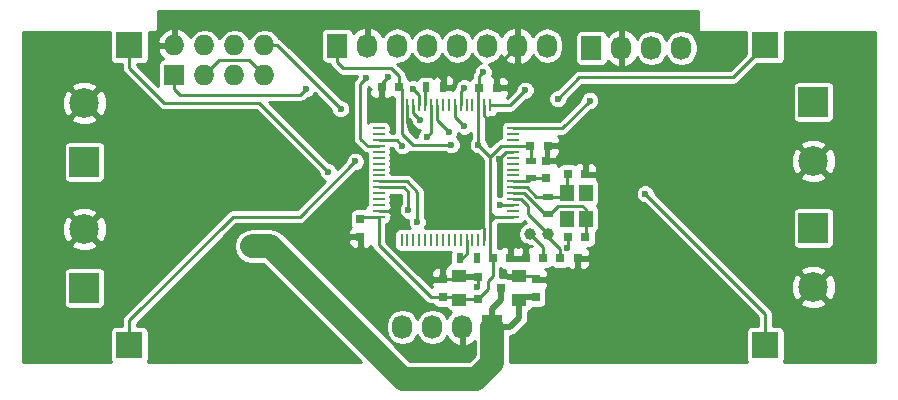
<source format=gbr>
G04 #@! TF.FileFunction,Copper,L1,Top,Signal*
%FSLAX46Y46*%
G04 Gerber Fmt 4.6, Leading zero omitted, Abs format (unit mm)*
G04 Created by KiCad (PCBNEW 4.0.2-stable) date 2016年09月17日 星期六 10:25:48*
%MOMM*%
G01*
G04 APERTURE LIST*
%ADD10C,0.100000*%
%ADD11R,1.250000X1.000000*%
%ADD12R,0.750000X0.800000*%
%ADD13R,0.800000X0.750000*%
%ADD14R,2.500000X2.500000*%
%ADD15C,2.500000*%
%ADD16R,2.235200X2.235200*%
%ADD17R,1.727200X2.032000*%
%ADD18O,1.727200X2.032000*%
%ADD19R,1.727200X1.727200*%
%ADD20O,1.727200X1.727200*%
%ADD21R,0.500000X0.900000*%
%ADD22R,0.900000X0.500000*%
%ADD23R,0.800100X0.800100*%
%ADD24R,1.000000X0.250000*%
%ADD25R,0.250000X1.000000*%
%ADD26R,1.200000X1.400000*%
%ADD27C,1.000760*%
%ADD28C,0.600000*%
%ADD29C,2.000000*%
%ADD30C,0.500000*%
%ADD31C,0.250000*%
%ADD32C,0.254000*%
G04 APERTURE END LIST*
D10*
D11*
X150368000Y-97520000D03*
X150368000Y-95520000D03*
X145288000Y-97520000D03*
X145288000Y-95520000D03*
D12*
X151765000Y-95770000D03*
X151765000Y-97270000D03*
X143891000Y-95770000D03*
X143891000Y-97270000D03*
D13*
X148094000Y-93980000D03*
X149594000Y-93980000D03*
X154444000Y-86868000D03*
X155944000Y-86868000D03*
X155944000Y-92202000D03*
X154444000Y-92202000D03*
X153809000Y-93980000D03*
X155309000Y-93980000D03*
D12*
X152654000Y-87237000D03*
X152654000Y-85737000D03*
D13*
X151269000Y-84455000D03*
X152769000Y-84455000D03*
X152388000Y-93980000D03*
X150888000Y-93980000D03*
D12*
X136906000Y-90690000D03*
X136906000Y-92190000D03*
D13*
X146951000Y-79565500D03*
X148451000Y-79565500D03*
X140196000Y-79502000D03*
X138696000Y-79502000D03*
D14*
X175260000Y-80772000D03*
D15*
X175260000Y-85772000D03*
D14*
X175260000Y-91440000D03*
D15*
X175260000Y-96440000D03*
D16*
X171196000Y-75946000D03*
X171196000Y-101346000D03*
D14*
X113538000Y-85852000D03*
D15*
X113538000Y-80852000D03*
D14*
X113538000Y-96520000D03*
D15*
X113538000Y-91520000D03*
D16*
X117348000Y-75946000D03*
X117348000Y-101346000D03*
D17*
X134937500Y-76009500D03*
D18*
X137477500Y-76009500D03*
X140017500Y-76009500D03*
X142557500Y-76009500D03*
X145097500Y-76009500D03*
X147637500Y-76009500D03*
X150177500Y-76009500D03*
X152717500Y-76009500D03*
D17*
X148082000Y-99822000D03*
D18*
X145542000Y-99822000D03*
X143002000Y-99822000D03*
X140462000Y-99822000D03*
D17*
X156464000Y-76200000D03*
D18*
X159004000Y-76200000D03*
X161544000Y-76200000D03*
X164084000Y-76200000D03*
D19*
X121158000Y-78486000D03*
D20*
X121158000Y-75946000D03*
X123698000Y-78486000D03*
X123698000Y-75946000D03*
X126238000Y-78486000D03*
X126238000Y-75946000D03*
X128778000Y-78486000D03*
X128778000Y-75946000D03*
D21*
X143942500Y-79502000D03*
X142442500Y-79502000D03*
X146800000Y-93980000D03*
X145300000Y-93980000D03*
D22*
X152781000Y-88785000D03*
X152781000Y-90285000D03*
X151384000Y-85737000D03*
X151384000Y-87237000D03*
D23*
X146827240Y-95570000D03*
X146827240Y-97470000D03*
X148826220Y-96520000D03*
D24*
X149845000Y-90491000D03*
X149845000Y-89991000D03*
X149845000Y-89491000D03*
X149845000Y-88991000D03*
X149845000Y-88491000D03*
X149845000Y-87991000D03*
X149845000Y-87491000D03*
X149845000Y-86991000D03*
X149845000Y-86491000D03*
X149845000Y-85991000D03*
X149845000Y-85491000D03*
X149845000Y-84991000D03*
X149845000Y-84491000D03*
X149845000Y-83991000D03*
X149845000Y-83491000D03*
X149845000Y-82991000D03*
D25*
X147895000Y-81041000D03*
X147395000Y-81041000D03*
X146895000Y-81041000D03*
X146395000Y-81041000D03*
X145895000Y-81041000D03*
X145395000Y-81041000D03*
X144895000Y-81041000D03*
X144395000Y-81041000D03*
X143895000Y-81041000D03*
X143395000Y-81041000D03*
X142895000Y-81041000D03*
X142395000Y-81041000D03*
X141895000Y-81041000D03*
X141395000Y-81041000D03*
X140895000Y-81041000D03*
X140395000Y-81041000D03*
D24*
X138445000Y-82991000D03*
X138445000Y-83491000D03*
X138445000Y-83991000D03*
X138445000Y-84491000D03*
X138445000Y-84991000D03*
X138445000Y-85491000D03*
X138445000Y-85991000D03*
X138445000Y-86491000D03*
X138445000Y-86991000D03*
X138445000Y-87491000D03*
X138445000Y-87991000D03*
X138445000Y-88491000D03*
X138445000Y-88991000D03*
X138445000Y-89491000D03*
X138445000Y-89991000D03*
X138445000Y-90491000D03*
D25*
X140395000Y-92441000D03*
X140895000Y-92441000D03*
X141395000Y-92441000D03*
X141895000Y-92441000D03*
X142395000Y-92441000D03*
X142895000Y-92441000D03*
X143395000Y-92441000D03*
X143895000Y-92441000D03*
X144395000Y-92441000D03*
X144895000Y-92441000D03*
X145395000Y-92441000D03*
X145895000Y-92441000D03*
X146395000Y-92441000D03*
X146895000Y-92441000D03*
X147395000Y-92441000D03*
X147895000Y-92441000D03*
D26*
X154394000Y-88435000D03*
X154394000Y-90635000D03*
X155994000Y-88435000D03*
X155994000Y-90635000D03*
D27*
X152768300Y-91948000D03*
X151269700Y-91948000D03*
D28*
X127711200Y-92964000D03*
X147320000Y-78232000D03*
X146875500Y-84391500D03*
X144589500Y-84391500D03*
X141732000Y-94640400D03*
X147777200Y-82296000D03*
X143154400Y-78181200D03*
X139242800Y-78638400D03*
X141071600Y-82727800D03*
X146786600Y-96469200D03*
X152882600Y-95758000D03*
X149072600Y-95173800D03*
X150901400Y-92938600D03*
X149580600Y-92913200D03*
X156489400Y-93751400D03*
X154432000Y-93091000D03*
X155956000Y-85648800D03*
X153746200Y-85598000D03*
X153898600Y-84455000D03*
X148640800Y-85572600D03*
X147091400Y-91211400D03*
X139674600Y-89992200D03*
X136906000Y-93345000D03*
X148742400Y-89509600D03*
X153619200Y-80492600D03*
X145694400Y-79552800D03*
X161010600Y-88544400D03*
X145694400Y-82804000D03*
X134188200Y-86690200D03*
X144373600Y-83286600D03*
X136474200Y-85801200D03*
X142519400Y-83718400D03*
X137414000Y-78740000D03*
X140462000Y-84455000D03*
X140970000Y-89916000D03*
X141732000Y-90932000D03*
X150876000Y-79756000D03*
X156337000Y-80645000D03*
X132334000Y-79629000D03*
X141351000Y-79629000D03*
X135229600Y-81330800D03*
X141986000Y-82296000D03*
D29*
X140512800Y-104190800D02*
X129286000Y-92964000D01*
X129286000Y-92964000D02*
X127711200Y-92964000D01*
X146729200Y-104190800D02*
X140512800Y-104190800D01*
X148082000Y-99822000D02*
X148082000Y-102838000D01*
X148082000Y-102838000D02*
X146729200Y-104190800D01*
D30*
X174752000Y-80772000D02*
X175260000Y-80772000D01*
X151765000Y-97270000D02*
X150618000Y-97270000D01*
X150618000Y-97270000D02*
X150368000Y-97520000D01*
X150368000Y-97520000D02*
X150368000Y-99060000D01*
X149606000Y-99822000D02*
X148082000Y-99822000D01*
X150368000Y-99060000D02*
X149606000Y-99822000D01*
X148082000Y-99822000D02*
X148082000Y-98298000D01*
X148826220Y-97553780D02*
X148826220Y-96520000D01*
X148082000Y-98298000D02*
X148826220Y-97553780D01*
D31*
X148250600Y-90491000D02*
X148250600Y-90509400D01*
X148250600Y-90509400D02*
X147895000Y-90865000D01*
X147895000Y-90119200D02*
X147895000Y-90135400D01*
X147895000Y-90135400D02*
X148250600Y-90491000D01*
X149845000Y-90491000D02*
X148250600Y-90491000D01*
X148250600Y-90491000D02*
X147895000Y-90491000D01*
X147895000Y-90491000D02*
X147911200Y-90474800D01*
X147911200Y-90474800D02*
X147929600Y-90474800D01*
X147929600Y-90474800D02*
X147895000Y-90474800D01*
X146951000Y-79565500D02*
X146951000Y-78601000D01*
X146951000Y-78601000D02*
X147320000Y-78232000D01*
X123698000Y-78486000D02*
X124968000Y-77216000D01*
X127508000Y-77216000D02*
X128778000Y-78486000D01*
X124968000Y-77216000D02*
X127508000Y-77216000D01*
X140196000Y-79502000D02*
X140196000Y-78601000D01*
X134937500Y-77406500D02*
X134937500Y-76009500D01*
X135445500Y-77914500D02*
X134937500Y-77406500D01*
X139509500Y-77914500D02*
X135445500Y-77914500D01*
X140196000Y-78601000D02*
X139509500Y-77914500D01*
X146895000Y-81041000D02*
X146895000Y-79621500D01*
X146895000Y-79621500D02*
X146951000Y-79565500D01*
X146895000Y-81041000D02*
X146895000Y-84372000D01*
X146895000Y-84372000D02*
X146875500Y-84391500D01*
X147895000Y-85407500D02*
X147891500Y-85407500D01*
X147891500Y-85407500D02*
X146875500Y-84391500D01*
X140395000Y-83435500D02*
X140395000Y-81041000D01*
X144589500Y-84391500D02*
X141351000Y-84391500D01*
X141351000Y-84391500D02*
X140395000Y-83435500D01*
X151384000Y-85737000D02*
X151384000Y-84570000D01*
X151384000Y-84570000D02*
X151269000Y-84455000D01*
X147895000Y-92441000D02*
X147895000Y-90865000D01*
X147895000Y-90865000D02*
X147895000Y-90474800D01*
X147895000Y-90474800D02*
X147895000Y-90119200D01*
X147895000Y-90119200D02*
X147895000Y-85407500D01*
X147895000Y-85407500D02*
X147895000Y-85404000D01*
X148808000Y-84491000D02*
X149845000Y-84491000D01*
X147895000Y-85404000D02*
X148808000Y-84491000D01*
X149845000Y-84491000D02*
X151233000Y-84491000D01*
X151233000Y-84491000D02*
X151269000Y-84455000D01*
X140395000Y-81041000D02*
X140395000Y-79701000D01*
X140395000Y-79701000D02*
X140196000Y-79502000D01*
X143891000Y-97270000D02*
X142863000Y-97270000D01*
X138445000Y-92852000D02*
X138445000Y-90491000D01*
X142863000Y-97270000D02*
X138445000Y-92852000D01*
X148094000Y-93980000D02*
X148094000Y-95492000D01*
X147701000Y-96596240D02*
X146827240Y-97470000D01*
X147701000Y-95885000D02*
X147701000Y-96596240D01*
X148094000Y-95492000D02*
X147701000Y-95885000D01*
X138445000Y-90491000D02*
X137105000Y-90491000D01*
X137105000Y-90491000D02*
X136906000Y-90690000D01*
X147895000Y-92441000D02*
X147895000Y-93781000D01*
X147895000Y-93781000D02*
X148094000Y-93980000D01*
X143891000Y-97270000D02*
X145038000Y-97270000D01*
X145038000Y-97270000D02*
X145288000Y-97520000D01*
X145038000Y-97270000D02*
X145288000Y-97520000D01*
X146827240Y-97470000D02*
X145338000Y-97470000D01*
X145338000Y-97470000D02*
X145288000Y-97520000D01*
X143891000Y-95770000D02*
X142861600Y-95770000D01*
X142861600Y-95770000D02*
X141732000Y-94640400D01*
X147395000Y-81041000D02*
X147395000Y-81913800D01*
X147395000Y-81913800D02*
X147777200Y-82296000D01*
X148451000Y-79565500D02*
X148451000Y-77736000D01*
X148451000Y-77736000D02*
X150177500Y-76009500D01*
X143942500Y-79502000D02*
X143942500Y-78969300D01*
X143942500Y-78969300D02*
X143154400Y-78181200D01*
X138696000Y-79502000D02*
X138696000Y-79185200D01*
X138696000Y-79185200D02*
X139242800Y-78638400D01*
X140895000Y-81041000D02*
X140895000Y-82551200D01*
X140895000Y-82551200D02*
X141071600Y-82727800D01*
X152769000Y-84455000D02*
X152769000Y-85622000D01*
X152769000Y-85622000D02*
X152654000Y-85737000D01*
X149594000Y-93980000D02*
X150888000Y-93980000D01*
X150368000Y-95520000D02*
X151515000Y-95520000D01*
X151515000Y-95520000D02*
X151765000Y-95770000D01*
X145288000Y-95520000D02*
X146777240Y-95520000D01*
X146777240Y-95520000D02*
X146827240Y-95570000D01*
X143891000Y-95770000D02*
X145038000Y-95770000D01*
X145038000Y-95770000D02*
X145288000Y-95520000D01*
X146827240Y-95570000D02*
X146827240Y-96428560D01*
X146827240Y-96428560D02*
X146786600Y-96469200D01*
X151765000Y-95770000D02*
X152870600Y-95770000D01*
X152870600Y-95770000D02*
X152882600Y-95758000D01*
X150368000Y-95520000D02*
X149418800Y-95520000D01*
X149418800Y-95520000D02*
X149072600Y-95173800D01*
X150888000Y-93980000D02*
X150888000Y-92952000D01*
X150888000Y-92952000D02*
X150901400Y-92938600D01*
X149594000Y-93980000D02*
X149594000Y-92926600D01*
X149594000Y-92926600D02*
X149580600Y-92913200D01*
X155309000Y-93980000D02*
X156260800Y-93980000D01*
X156260800Y-93980000D02*
X156489400Y-93751400D01*
X154444000Y-92202000D02*
X154444000Y-93079000D01*
X154444000Y-93079000D02*
X154432000Y-93091000D01*
X155944000Y-86868000D02*
X155944000Y-85660800D01*
X155944000Y-85660800D02*
X155956000Y-85648800D01*
X152654000Y-85737000D02*
X153607200Y-85737000D01*
X153607200Y-85737000D02*
X153746200Y-85598000D01*
X152769000Y-84455000D02*
X153898600Y-84455000D01*
X149845000Y-84991000D02*
X149222400Y-84991000D01*
X149222400Y-84991000D02*
X148640800Y-85572600D01*
X147395000Y-92441000D02*
X147395000Y-91515000D01*
X147395000Y-91515000D02*
X147091400Y-91211400D01*
X138445000Y-89991000D02*
X139673400Y-89991000D01*
X139673400Y-89991000D02*
X139674600Y-89992200D01*
X136906000Y-92190000D02*
X136906000Y-93345000D01*
X149845000Y-87991000D02*
X150983000Y-87991000D01*
X151777000Y-88785000D02*
X152781000Y-88785000D01*
X150983000Y-87991000D02*
X151777000Y-88785000D01*
X154394000Y-88435000D02*
X154394000Y-86918000D01*
X154394000Y-86918000D02*
X154444000Y-86868000D01*
X152781000Y-88785000D02*
X154044000Y-88785000D01*
X154044000Y-88785000D02*
X154394000Y-88435000D01*
X152781000Y-90285000D02*
X152515000Y-90285000D01*
X152515000Y-90285000D02*
X150721000Y-88491000D01*
X150721000Y-88491000D02*
X149845000Y-88491000D01*
X155994000Y-90635000D02*
X155994000Y-92152000D01*
X155994000Y-92152000D02*
X155944000Y-92202000D01*
X152781000Y-90285000D02*
X152920000Y-90285000D01*
X152920000Y-90285000D02*
X153670000Y-89535000D01*
X155994000Y-89827000D02*
X155994000Y-90635000D01*
X155702000Y-89535000D02*
X155994000Y-89827000D01*
X153670000Y-89535000D02*
X155702000Y-89535000D01*
X152768300Y-91948000D02*
X152768300Y-92214700D01*
X152768300Y-92214700D02*
X153809000Y-93255400D01*
X153809000Y-93255400D02*
X153809000Y-93980000D01*
X149845000Y-88991000D02*
X150509800Y-88991000D01*
X151079200Y-90258900D02*
X152768300Y-91948000D01*
X151079200Y-89560400D02*
X151079200Y-90258900D01*
X150509800Y-88991000D02*
X151079200Y-89560400D01*
X151384000Y-87237000D02*
X152654000Y-87237000D01*
X149845000Y-87491000D02*
X151130000Y-87491000D01*
X151130000Y-87491000D02*
X151384000Y-87237000D01*
X152388000Y-93980000D02*
X152388000Y-93066300D01*
X152388000Y-93066300D02*
X151269700Y-91948000D01*
X149845000Y-89491000D02*
X148761000Y-89491000D01*
X148761000Y-89491000D02*
X148742400Y-89509600D01*
X145395000Y-81041000D02*
X145395000Y-79852200D01*
X168478200Y-78663800D02*
X171196000Y-75946000D01*
X155448000Y-78663800D02*
X168478200Y-78663800D01*
X153619200Y-80492600D02*
X155448000Y-78663800D01*
X145395000Y-79852200D02*
X145694400Y-79552800D01*
X171196000Y-98729800D02*
X171196000Y-101346000D01*
X161010600Y-88544400D02*
X171196000Y-98729800D01*
X144895000Y-82004600D02*
X145694400Y-82804000D01*
X144895000Y-81041000D02*
X144895000Y-82004600D01*
X143395000Y-81041000D02*
X143395000Y-82308000D01*
X117348000Y-77901800D02*
X117348000Y-75946000D01*
X120294400Y-80848200D02*
X117348000Y-77901800D01*
X128346200Y-80848200D02*
X120294400Y-80848200D01*
X134188200Y-86690200D02*
X128346200Y-80848200D01*
X143395000Y-82308000D02*
X144373600Y-83286600D01*
X142895000Y-81041000D02*
X142895000Y-83342800D01*
X117348000Y-99263200D02*
X117348000Y-101346000D01*
X126136400Y-90474800D02*
X117348000Y-99263200D01*
X131800600Y-90474800D02*
X126136400Y-90474800D01*
X136474200Y-85801200D02*
X131800600Y-90474800D01*
X142895000Y-83342800D02*
X142519400Y-83718400D01*
X138445000Y-84491000D02*
X137513500Y-84491000D01*
X136906000Y-79248000D02*
X137414000Y-78740000D01*
X136906000Y-83883500D02*
X136906000Y-79248000D01*
X137513500Y-84491000D02*
X136906000Y-83883500D01*
X138445000Y-83991000D02*
X139998000Y-83991000D01*
X139998000Y-83991000D02*
X140462000Y-84455000D01*
X138445000Y-87991000D02*
X140569000Y-87991000D01*
X140970000Y-88392000D02*
X140970000Y-89916000D01*
X140569000Y-87991000D02*
X140970000Y-88392000D01*
X138445000Y-87491000D02*
X140831000Y-87491000D01*
X141732000Y-88392000D02*
X141732000Y-90932000D01*
X140831000Y-87491000D02*
X141732000Y-88392000D01*
X149591000Y-81041000D02*
X150876000Y-79756000D01*
X147895000Y-81041000D02*
X149591000Y-81041000D01*
X149845000Y-82991000D02*
X153991000Y-82991000D01*
X153991000Y-82991000D02*
X156337000Y-80645000D01*
X141895000Y-81041000D02*
X141895000Y-80173000D01*
X121158000Y-79629000D02*
X121158000Y-78486000D01*
X121666000Y-80137000D02*
X121158000Y-79629000D01*
X131826000Y-80137000D02*
X121666000Y-80137000D01*
X132334000Y-79629000D02*
X131826000Y-80137000D01*
X141895000Y-80173000D02*
X141351000Y-79629000D01*
X141395000Y-81041000D02*
X141395000Y-81705000D01*
X129844800Y-75946000D02*
X128778000Y-75946000D01*
X135229600Y-81330800D02*
X129844800Y-75946000D01*
X141395000Y-81705000D02*
X141986000Y-82296000D01*
X142395000Y-81041000D02*
X142395000Y-79549500D01*
X142395000Y-79549500D02*
X142442500Y-79502000D01*
X145300000Y-93980000D02*
X145542000Y-93980000D01*
X145542000Y-93980000D02*
X145895000Y-93627000D01*
X145895000Y-93627000D02*
X145895000Y-92441000D01*
D32*
G36*
X115712448Y-74828400D02*
X115712448Y-77063600D01*
X115747870Y-77251853D01*
X115859128Y-77424753D01*
X116028888Y-77540745D01*
X116230400Y-77581552D01*
X116715000Y-77581552D01*
X116715000Y-77901795D01*
X116714999Y-77901800D01*
X116763184Y-78144039D01*
X116900401Y-78349399D01*
X119846799Y-81295796D01*
X119846801Y-81295799D01*
X120052161Y-81433016D01*
X120092352Y-81441010D01*
X120294400Y-81481201D01*
X120294405Y-81481200D01*
X128084002Y-81481200D01*
X133380123Y-86777321D01*
X133380060Y-86850216D01*
X133502811Y-87147297D01*
X133729907Y-87374790D01*
X133924578Y-87455625D01*
X131538402Y-89841800D01*
X126136400Y-89841800D01*
X125894161Y-89889984D01*
X125688801Y-90027201D01*
X125688799Y-90027204D01*
X116900401Y-98815601D01*
X116763184Y-99020961D01*
X116714999Y-99263200D01*
X116715000Y-99263205D01*
X116715000Y-99710448D01*
X116230400Y-99710448D01*
X116042147Y-99745870D01*
X115869247Y-99857128D01*
X115753255Y-100026888D01*
X115712448Y-100228400D01*
X115712448Y-102463600D01*
X115747870Y-102651853D01*
X115806521Y-102743000D01*
X108331000Y-102743000D01*
X108331000Y-95270000D01*
X111770048Y-95270000D01*
X111770048Y-97770000D01*
X111805470Y-97958253D01*
X111916728Y-98131153D01*
X112086488Y-98247145D01*
X112288000Y-98287952D01*
X114788000Y-98287952D01*
X114976253Y-98252530D01*
X115149153Y-98141272D01*
X115265145Y-97971512D01*
X115305952Y-97770000D01*
X115305952Y-95270000D01*
X115270530Y-95081747D01*
X115159272Y-94908847D01*
X114989512Y-94792855D01*
X114788000Y-94752048D01*
X112288000Y-94752048D01*
X112099747Y-94787470D01*
X111926847Y-94898728D01*
X111810855Y-95068488D01*
X111770048Y-95270000D01*
X108331000Y-95270000D01*
X108331000Y-92853320D01*
X112384285Y-92853320D01*
X112513533Y-93146123D01*
X113213806Y-93414388D01*
X113963435Y-93394250D01*
X114562467Y-93146123D01*
X114691715Y-92853320D01*
X113538000Y-91699605D01*
X112384285Y-92853320D01*
X108331000Y-92853320D01*
X108331000Y-91195806D01*
X111643612Y-91195806D01*
X111663750Y-91945435D01*
X111911877Y-92544467D01*
X112204680Y-92673715D01*
X113358395Y-91520000D01*
X113717605Y-91520000D01*
X114871320Y-92673715D01*
X115164123Y-92544467D01*
X115432388Y-91844194D01*
X115412250Y-91094565D01*
X115164123Y-90495533D01*
X114871320Y-90366285D01*
X113717605Y-91520000D01*
X113358395Y-91520000D01*
X112204680Y-90366285D01*
X111911877Y-90495533D01*
X111643612Y-91195806D01*
X108331000Y-91195806D01*
X108331000Y-90186680D01*
X112384285Y-90186680D01*
X113538000Y-91340395D01*
X114691715Y-90186680D01*
X114562467Y-89893877D01*
X113862194Y-89625612D01*
X113112565Y-89645750D01*
X112513533Y-89893877D01*
X112384285Y-90186680D01*
X108331000Y-90186680D01*
X108331000Y-84602000D01*
X111770048Y-84602000D01*
X111770048Y-87102000D01*
X111805470Y-87290253D01*
X111916728Y-87463153D01*
X112086488Y-87579145D01*
X112288000Y-87619952D01*
X114788000Y-87619952D01*
X114976253Y-87584530D01*
X115149153Y-87473272D01*
X115265145Y-87303512D01*
X115305952Y-87102000D01*
X115305952Y-84602000D01*
X115270530Y-84413747D01*
X115159272Y-84240847D01*
X114989512Y-84124855D01*
X114788000Y-84084048D01*
X112288000Y-84084048D01*
X112099747Y-84119470D01*
X111926847Y-84230728D01*
X111810855Y-84400488D01*
X111770048Y-84602000D01*
X108331000Y-84602000D01*
X108331000Y-82185320D01*
X112384285Y-82185320D01*
X112513533Y-82478123D01*
X113213806Y-82746388D01*
X113963435Y-82726250D01*
X114562467Y-82478123D01*
X114691715Y-82185320D01*
X113538000Y-81031605D01*
X112384285Y-82185320D01*
X108331000Y-82185320D01*
X108331000Y-80527806D01*
X111643612Y-80527806D01*
X111663750Y-81277435D01*
X111911877Y-81876467D01*
X112204680Y-82005715D01*
X113358395Y-80852000D01*
X113717605Y-80852000D01*
X114871320Y-82005715D01*
X115164123Y-81876467D01*
X115432388Y-81176194D01*
X115412250Y-80426565D01*
X115164123Y-79827533D01*
X114871320Y-79698285D01*
X113717605Y-80852000D01*
X113358395Y-80852000D01*
X112204680Y-79698285D01*
X111911877Y-79827533D01*
X111643612Y-80527806D01*
X108331000Y-80527806D01*
X108331000Y-79518680D01*
X112384285Y-79518680D01*
X113538000Y-80672395D01*
X114691715Y-79518680D01*
X114562467Y-79225877D01*
X113862194Y-78957612D01*
X113112565Y-78977750D01*
X112513533Y-79225877D01*
X112384285Y-79518680D01*
X108331000Y-79518680D01*
X108331000Y-74803000D01*
X115717592Y-74803000D01*
X115712448Y-74828400D01*
X115712448Y-74828400D01*
G37*
X115712448Y-74828400D02*
X115712448Y-77063600D01*
X115747870Y-77251853D01*
X115859128Y-77424753D01*
X116028888Y-77540745D01*
X116230400Y-77581552D01*
X116715000Y-77581552D01*
X116715000Y-77901795D01*
X116714999Y-77901800D01*
X116763184Y-78144039D01*
X116900401Y-78349399D01*
X119846799Y-81295796D01*
X119846801Y-81295799D01*
X120052161Y-81433016D01*
X120092352Y-81441010D01*
X120294400Y-81481201D01*
X120294405Y-81481200D01*
X128084002Y-81481200D01*
X133380123Y-86777321D01*
X133380060Y-86850216D01*
X133502811Y-87147297D01*
X133729907Y-87374790D01*
X133924578Y-87455625D01*
X131538402Y-89841800D01*
X126136400Y-89841800D01*
X125894161Y-89889984D01*
X125688801Y-90027201D01*
X125688799Y-90027204D01*
X116900401Y-98815601D01*
X116763184Y-99020961D01*
X116714999Y-99263200D01*
X116715000Y-99263205D01*
X116715000Y-99710448D01*
X116230400Y-99710448D01*
X116042147Y-99745870D01*
X115869247Y-99857128D01*
X115753255Y-100026888D01*
X115712448Y-100228400D01*
X115712448Y-102463600D01*
X115747870Y-102651853D01*
X115806521Y-102743000D01*
X108331000Y-102743000D01*
X108331000Y-95270000D01*
X111770048Y-95270000D01*
X111770048Y-97770000D01*
X111805470Y-97958253D01*
X111916728Y-98131153D01*
X112086488Y-98247145D01*
X112288000Y-98287952D01*
X114788000Y-98287952D01*
X114976253Y-98252530D01*
X115149153Y-98141272D01*
X115265145Y-97971512D01*
X115305952Y-97770000D01*
X115305952Y-95270000D01*
X115270530Y-95081747D01*
X115159272Y-94908847D01*
X114989512Y-94792855D01*
X114788000Y-94752048D01*
X112288000Y-94752048D01*
X112099747Y-94787470D01*
X111926847Y-94898728D01*
X111810855Y-95068488D01*
X111770048Y-95270000D01*
X108331000Y-95270000D01*
X108331000Y-92853320D01*
X112384285Y-92853320D01*
X112513533Y-93146123D01*
X113213806Y-93414388D01*
X113963435Y-93394250D01*
X114562467Y-93146123D01*
X114691715Y-92853320D01*
X113538000Y-91699605D01*
X112384285Y-92853320D01*
X108331000Y-92853320D01*
X108331000Y-91195806D01*
X111643612Y-91195806D01*
X111663750Y-91945435D01*
X111911877Y-92544467D01*
X112204680Y-92673715D01*
X113358395Y-91520000D01*
X113717605Y-91520000D01*
X114871320Y-92673715D01*
X115164123Y-92544467D01*
X115432388Y-91844194D01*
X115412250Y-91094565D01*
X115164123Y-90495533D01*
X114871320Y-90366285D01*
X113717605Y-91520000D01*
X113358395Y-91520000D01*
X112204680Y-90366285D01*
X111911877Y-90495533D01*
X111643612Y-91195806D01*
X108331000Y-91195806D01*
X108331000Y-90186680D01*
X112384285Y-90186680D01*
X113538000Y-91340395D01*
X114691715Y-90186680D01*
X114562467Y-89893877D01*
X113862194Y-89625612D01*
X113112565Y-89645750D01*
X112513533Y-89893877D01*
X112384285Y-90186680D01*
X108331000Y-90186680D01*
X108331000Y-84602000D01*
X111770048Y-84602000D01*
X111770048Y-87102000D01*
X111805470Y-87290253D01*
X111916728Y-87463153D01*
X112086488Y-87579145D01*
X112288000Y-87619952D01*
X114788000Y-87619952D01*
X114976253Y-87584530D01*
X115149153Y-87473272D01*
X115265145Y-87303512D01*
X115305952Y-87102000D01*
X115305952Y-84602000D01*
X115270530Y-84413747D01*
X115159272Y-84240847D01*
X114989512Y-84124855D01*
X114788000Y-84084048D01*
X112288000Y-84084048D01*
X112099747Y-84119470D01*
X111926847Y-84230728D01*
X111810855Y-84400488D01*
X111770048Y-84602000D01*
X108331000Y-84602000D01*
X108331000Y-82185320D01*
X112384285Y-82185320D01*
X112513533Y-82478123D01*
X113213806Y-82746388D01*
X113963435Y-82726250D01*
X114562467Y-82478123D01*
X114691715Y-82185320D01*
X113538000Y-81031605D01*
X112384285Y-82185320D01*
X108331000Y-82185320D01*
X108331000Y-80527806D01*
X111643612Y-80527806D01*
X111663750Y-81277435D01*
X111911877Y-81876467D01*
X112204680Y-82005715D01*
X113358395Y-80852000D01*
X113717605Y-80852000D01*
X114871320Y-82005715D01*
X115164123Y-81876467D01*
X115432388Y-81176194D01*
X115412250Y-80426565D01*
X115164123Y-79827533D01*
X114871320Y-79698285D01*
X113717605Y-80852000D01*
X113358395Y-80852000D01*
X112204680Y-79698285D01*
X111911877Y-79827533D01*
X111643612Y-80527806D01*
X108331000Y-80527806D01*
X108331000Y-79518680D01*
X112384285Y-79518680D01*
X113538000Y-80672395D01*
X114691715Y-79518680D01*
X114562467Y-79225877D01*
X113862194Y-78957612D01*
X113112565Y-78977750D01*
X112513533Y-79225877D01*
X112384285Y-79518680D01*
X108331000Y-79518680D01*
X108331000Y-74803000D01*
X115717592Y-74803000D01*
X115712448Y-74828400D01*
G36*
X165481000Y-74676000D02*
X165491006Y-74725410D01*
X165519447Y-74767035D01*
X165561841Y-74794315D01*
X165608000Y-74803000D01*
X169565592Y-74803000D01*
X169560448Y-74828400D01*
X169560448Y-76686355D01*
X168216002Y-78030800D01*
X155448005Y-78030800D01*
X155448000Y-78030799D01*
X155248041Y-78070574D01*
X155205761Y-78078984D01*
X155000401Y-78216201D01*
X155000399Y-78216204D01*
X153532079Y-79684523D01*
X153459184Y-79684460D01*
X153162103Y-79807211D01*
X152934610Y-80034307D01*
X152811340Y-80331174D01*
X152811060Y-80652616D01*
X152933811Y-80949697D01*
X153160907Y-81177190D01*
X153457774Y-81300460D01*
X153779216Y-81300740D01*
X154076297Y-81177989D01*
X154303790Y-80950893D01*
X154427060Y-80654026D01*
X154427125Y-80579873D01*
X155484997Y-79522000D01*
X173492048Y-79522000D01*
X173492048Y-82022000D01*
X173527470Y-82210253D01*
X173638728Y-82383153D01*
X173808488Y-82499145D01*
X174010000Y-82539952D01*
X176510000Y-82539952D01*
X176698253Y-82504530D01*
X176871153Y-82393272D01*
X176987145Y-82223512D01*
X177027952Y-82022000D01*
X177027952Y-79522000D01*
X176992530Y-79333747D01*
X176881272Y-79160847D01*
X176711512Y-79044855D01*
X176510000Y-79004048D01*
X174010000Y-79004048D01*
X173821747Y-79039470D01*
X173648847Y-79150728D01*
X173532855Y-79320488D01*
X173492048Y-79522000D01*
X155484997Y-79522000D01*
X155710197Y-79296800D01*
X168478195Y-79296800D01*
X168478200Y-79296801D01*
X168720439Y-79248616D01*
X168925799Y-79111399D01*
X170455645Y-77581552D01*
X172313600Y-77581552D01*
X172501853Y-77546130D01*
X172674753Y-77434872D01*
X172790745Y-77265112D01*
X172831552Y-77063600D01*
X172831552Y-74828400D01*
X172826773Y-74803000D01*
X180467000Y-74803000D01*
X180467000Y-102743000D01*
X172737526Y-102743000D01*
X172790745Y-102665112D01*
X172831552Y-102463600D01*
X172831552Y-100228400D01*
X172796130Y-100040147D01*
X172684872Y-99867247D01*
X172515112Y-99751255D01*
X172313600Y-99710448D01*
X171829000Y-99710448D01*
X171829000Y-98729805D01*
X171829001Y-98729800D01*
X171780816Y-98487562D01*
X171780816Y-98487561D01*
X171643599Y-98282201D01*
X171643596Y-98282199D01*
X171134718Y-97773320D01*
X174106285Y-97773320D01*
X174235533Y-98066123D01*
X174935806Y-98334388D01*
X175685435Y-98314250D01*
X176284467Y-98066123D01*
X176413715Y-97773320D01*
X175260000Y-96619605D01*
X174106285Y-97773320D01*
X171134718Y-97773320D01*
X169477204Y-96115806D01*
X173365612Y-96115806D01*
X173385750Y-96865435D01*
X173633877Y-97464467D01*
X173926680Y-97593715D01*
X175080395Y-96440000D01*
X175439605Y-96440000D01*
X176593320Y-97593715D01*
X176886123Y-97464467D01*
X177154388Y-96764194D01*
X177134250Y-96014565D01*
X176886123Y-95415533D01*
X176593320Y-95286285D01*
X175439605Y-96440000D01*
X175080395Y-96440000D01*
X173926680Y-95286285D01*
X173633877Y-95415533D01*
X173365612Y-96115806D01*
X169477204Y-96115806D01*
X168468078Y-95106680D01*
X174106285Y-95106680D01*
X175260000Y-96260395D01*
X176413715Y-95106680D01*
X176284467Y-94813877D01*
X175584194Y-94545612D01*
X174834565Y-94565750D01*
X174235533Y-94813877D01*
X174106285Y-95106680D01*
X168468078Y-95106680D01*
X163551398Y-90190000D01*
X173492048Y-90190000D01*
X173492048Y-92690000D01*
X173527470Y-92878253D01*
X173638728Y-93051153D01*
X173808488Y-93167145D01*
X174010000Y-93207952D01*
X176510000Y-93207952D01*
X176698253Y-93172530D01*
X176871153Y-93061272D01*
X176987145Y-92891512D01*
X177027952Y-92690000D01*
X177027952Y-90190000D01*
X176992530Y-90001747D01*
X176881272Y-89828847D01*
X176711512Y-89712855D01*
X176510000Y-89672048D01*
X174010000Y-89672048D01*
X173821747Y-89707470D01*
X173648847Y-89818728D01*
X173532855Y-89988488D01*
X173492048Y-90190000D01*
X163551398Y-90190000D01*
X161818677Y-88457279D01*
X161818740Y-88384384D01*
X161695989Y-88087303D01*
X161468893Y-87859810D01*
X161172026Y-87736540D01*
X160850584Y-87736260D01*
X160553503Y-87859011D01*
X160326010Y-88086107D01*
X160202740Y-88382974D01*
X160202460Y-88704416D01*
X160325211Y-89001497D01*
X160552307Y-89228990D01*
X160849174Y-89352260D01*
X160923327Y-89352325D01*
X170563000Y-98991997D01*
X170563000Y-99710448D01*
X170078400Y-99710448D01*
X169890147Y-99745870D01*
X169717247Y-99857128D01*
X169601255Y-100026888D01*
X169560448Y-100228400D01*
X169560448Y-102463600D01*
X169595870Y-102651853D01*
X169654521Y-102743000D01*
X149590000Y-102743000D01*
X149590000Y-100580000D01*
X149606000Y-100580000D01*
X149896074Y-100522301D01*
X150141987Y-100357987D01*
X150903987Y-99595987D01*
X151068301Y-99350074D01*
X151126000Y-99060000D01*
X151126000Y-98512926D01*
X151181253Y-98502530D01*
X151354153Y-98391272D01*
X151470145Y-98221512D01*
X151476941Y-98187952D01*
X152140000Y-98187952D01*
X152328253Y-98152530D01*
X152501153Y-98041272D01*
X152617145Y-97871512D01*
X152657952Y-97670000D01*
X152657952Y-96870000D01*
X152622530Y-96681747D01*
X152584844Y-96623181D01*
X152678327Y-96529698D01*
X152775000Y-96296309D01*
X152775000Y-96055750D01*
X152616250Y-95897000D01*
X151892000Y-95897000D01*
X151892000Y-95917000D01*
X151638000Y-95917000D01*
X151638000Y-95897000D01*
X151628000Y-95897000D01*
X151628000Y-95805750D01*
X151618000Y-95795750D01*
X151618000Y-95647002D01*
X151628000Y-95647002D01*
X151628000Y-95643000D01*
X151638000Y-95643000D01*
X151638000Y-95623000D01*
X151892000Y-95623000D01*
X151892000Y-95643000D01*
X152616250Y-95643000D01*
X152775000Y-95484250D01*
X152775000Y-95243691D01*
X152678327Y-95010302D01*
X152540978Y-94872952D01*
X152788000Y-94872952D01*
X152976253Y-94837530D01*
X153099397Y-94758289D01*
X153207488Y-94832145D01*
X153409000Y-94872952D01*
X154209000Y-94872952D01*
X154397253Y-94837530D01*
X154455819Y-94799844D01*
X154549302Y-94893327D01*
X154782691Y-94990000D01*
X155023250Y-94990000D01*
X155182000Y-94831250D01*
X155182000Y-94107000D01*
X155436000Y-94107000D01*
X155436000Y-94831250D01*
X155594750Y-94990000D01*
X155835309Y-94990000D01*
X156068698Y-94893327D01*
X156247327Y-94714699D01*
X156344000Y-94481310D01*
X156344000Y-94265750D01*
X156185250Y-94107000D01*
X155436000Y-94107000D01*
X155182000Y-94107000D01*
X155162000Y-94107000D01*
X155162000Y-93853000D01*
X155182000Y-93853000D01*
X155182000Y-93833000D01*
X155436000Y-93833000D01*
X155436000Y-93853000D01*
X156185250Y-93853000D01*
X156344000Y-93694250D01*
X156344000Y-93478690D01*
X156247327Y-93245301D01*
X156096977Y-93094952D01*
X156344000Y-93094952D01*
X156532253Y-93059530D01*
X156705153Y-92948272D01*
X156821145Y-92778512D01*
X156861952Y-92577000D01*
X156861952Y-91827000D01*
X156851755Y-91772807D01*
X156955153Y-91706272D01*
X157071145Y-91536512D01*
X157111952Y-91335000D01*
X157111952Y-89935000D01*
X157076530Y-89746747D01*
X156965272Y-89573847D01*
X156909432Y-89535693D01*
X156955153Y-89506272D01*
X157071145Y-89336512D01*
X157111952Y-89135000D01*
X157111952Y-87735000D01*
X157076530Y-87546747D01*
X156972481Y-87385049D01*
X156979000Y-87369310D01*
X156979000Y-87153750D01*
X156930570Y-87105320D01*
X174106285Y-87105320D01*
X174235533Y-87398123D01*
X174935806Y-87666388D01*
X175685435Y-87646250D01*
X176284467Y-87398123D01*
X176413715Y-87105320D01*
X175260000Y-85951605D01*
X174106285Y-87105320D01*
X156930570Y-87105320D01*
X156820250Y-86995000D01*
X156071000Y-86995000D01*
X156071000Y-87015000D01*
X155817000Y-87015000D01*
X155817000Y-86995000D01*
X155797000Y-86995000D01*
X155797000Y-86741000D01*
X155817000Y-86741000D01*
X155817000Y-86016750D01*
X156071000Y-86016750D01*
X156071000Y-86741000D01*
X156820250Y-86741000D01*
X156979000Y-86582250D01*
X156979000Y-86366690D01*
X156882327Y-86133301D01*
X156703698Y-85954673D01*
X156470309Y-85858000D01*
X156229750Y-85858000D01*
X156071000Y-86016750D01*
X155817000Y-86016750D01*
X155658250Y-85858000D01*
X155417691Y-85858000D01*
X155184302Y-85954673D01*
X155091617Y-86047357D01*
X155045512Y-86015855D01*
X154844000Y-85975048D01*
X154044000Y-85975048D01*
X153855747Y-86010470D01*
X153682847Y-86121728D01*
X153664000Y-86149312D01*
X153664000Y-86022750D01*
X153505250Y-85864000D01*
X152781000Y-85864000D01*
X152781000Y-85884000D01*
X152527000Y-85884000D01*
X152527000Y-85864000D01*
X152507000Y-85864000D01*
X152507000Y-85610000D01*
X152527000Y-85610000D01*
X152527000Y-85421250D01*
X152642000Y-85306250D01*
X152642000Y-84860750D01*
X152781000Y-84860750D01*
X152781000Y-85610000D01*
X153505250Y-85610000D01*
X153664000Y-85451250D01*
X153664000Y-85447806D01*
X173365612Y-85447806D01*
X173385750Y-86197435D01*
X173633877Y-86796467D01*
X173926680Y-86925715D01*
X175080395Y-85772000D01*
X175439605Y-85772000D01*
X176593320Y-86925715D01*
X176886123Y-86796467D01*
X177154388Y-86096194D01*
X177134250Y-85346565D01*
X176886123Y-84747533D01*
X176593320Y-84618285D01*
X175439605Y-85772000D01*
X175080395Y-85772000D01*
X173926680Y-84618285D01*
X173633877Y-84747533D01*
X173365612Y-85447806D01*
X153664000Y-85447806D01*
X153664000Y-85233026D01*
X153707327Y-85189699D01*
X153804000Y-84956310D01*
X153804000Y-84740750D01*
X153645250Y-84582000D01*
X152896000Y-84582000D01*
X152896000Y-84745750D01*
X152781000Y-84860750D01*
X152642000Y-84860750D01*
X152642000Y-84582000D01*
X152622000Y-84582000D01*
X152622000Y-84438680D01*
X174106285Y-84438680D01*
X175260000Y-85592395D01*
X176413715Y-84438680D01*
X176284467Y-84145877D01*
X175584194Y-83877612D01*
X174834565Y-83897750D01*
X174235533Y-84145877D01*
X174106285Y-84438680D01*
X152622000Y-84438680D01*
X152622000Y-84328000D01*
X152642000Y-84328000D01*
X152642000Y-84308000D01*
X152896000Y-84308000D01*
X152896000Y-84328000D01*
X153645250Y-84328000D01*
X153804000Y-84169250D01*
X153804000Y-83953690D01*
X153707327Y-83720301D01*
X153611025Y-83624000D01*
X153990995Y-83624000D01*
X153991000Y-83624001D01*
X154233239Y-83575816D01*
X154438599Y-83438599D01*
X156424121Y-81453077D01*
X156497016Y-81453140D01*
X156794097Y-81330389D01*
X157021590Y-81103293D01*
X157144860Y-80806426D01*
X157145140Y-80484984D01*
X157022389Y-80187903D01*
X156795293Y-79960410D01*
X156498426Y-79837140D01*
X156176984Y-79836860D01*
X155879903Y-79959611D01*
X155652410Y-80186707D01*
X155529140Y-80483574D01*
X155529075Y-80557727D01*
X153728802Y-82358000D01*
X150394145Y-82358000D01*
X150345000Y-82348048D01*
X149345000Y-82348048D01*
X149156747Y-82383470D01*
X148983847Y-82494728D01*
X148867855Y-82664488D01*
X148827048Y-82866000D01*
X148827048Y-83116000D01*
X148851432Y-83245589D01*
X148827048Y-83366000D01*
X148827048Y-83616000D01*
X148851432Y-83745589D01*
X148828668Y-83858000D01*
X148808005Y-83858000D01*
X148808000Y-83857999D01*
X148565761Y-83906184D01*
X148360401Y-84043401D01*
X147891500Y-84512302D01*
X147683577Y-84304379D01*
X147683640Y-84231484D01*
X147560889Y-83934403D01*
X147528000Y-83901457D01*
X147528000Y-82087750D01*
X147616250Y-82176000D01*
X147646310Y-82176000D01*
X147879699Y-82079327D01*
X147900074Y-82058952D01*
X148020000Y-82058952D01*
X148208253Y-82023530D01*
X148381153Y-81912272D01*
X148497145Y-81742512D01*
X148511019Y-81674000D01*
X149590995Y-81674000D01*
X149591000Y-81674001D01*
X149833239Y-81625816D01*
X150038599Y-81488599D01*
X150963121Y-80564077D01*
X151036016Y-80564140D01*
X151333097Y-80441389D01*
X151560590Y-80214293D01*
X151683860Y-79917426D01*
X151684140Y-79595984D01*
X151561389Y-79298903D01*
X151334293Y-79071410D01*
X151037426Y-78948140D01*
X150715984Y-78947860D01*
X150418903Y-79070611D01*
X150191410Y-79297707D01*
X150068140Y-79594574D01*
X150068075Y-79668727D01*
X149328802Y-80408000D01*
X149281525Y-80408000D01*
X149389327Y-80300199D01*
X149486000Y-80066810D01*
X149486000Y-79851250D01*
X149327250Y-79692500D01*
X148578000Y-79692500D01*
X148578000Y-79712500D01*
X148324000Y-79712500D01*
X148324000Y-79692500D01*
X148304000Y-79692500D01*
X148304000Y-79438500D01*
X148324000Y-79438500D01*
X148324000Y-78714250D01*
X148578000Y-78714250D01*
X148578000Y-79438500D01*
X149327250Y-79438500D01*
X149486000Y-79279750D01*
X149486000Y-79064190D01*
X149389327Y-78830801D01*
X149210698Y-78652173D01*
X148977309Y-78555500D01*
X148736750Y-78555500D01*
X148578000Y-78714250D01*
X148324000Y-78714250D01*
X148165250Y-78555500D01*
X148060561Y-78555500D01*
X148127860Y-78393426D01*
X148128140Y-78071984D01*
X148005389Y-77774903D01*
X147778293Y-77547410D01*
X147758659Y-77539257D01*
X148162389Y-77458950D01*
X148607368Y-77161625D01*
X148844558Y-76806644D01*
X148885546Y-76923820D01*
X149275464Y-77360232D01*
X149802709Y-77614209D01*
X149818474Y-77616858D01*
X150050500Y-77495717D01*
X150050500Y-76136500D01*
X150030500Y-76136500D01*
X150030500Y-75882500D01*
X150050500Y-75882500D01*
X150050500Y-74523283D01*
X150304500Y-74523283D01*
X150304500Y-75882500D01*
X150324500Y-75882500D01*
X150324500Y-76136500D01*
X150304500Y-76136500D01*
X150304500Y-77495717D01*
X150536526Y-77616858D01*
X150552291Y-77614209D01*
X151079536Y-77360232D01*
X151469454Y-76923820D01*
X151510442Y-76806644D01*
X151747632Y-77161625D01*
X152192611Y-77458950D01*
X152717500Y-77563357D01*
X153242389Y-77458950D01*
X153687368Y-77161625D01*
X153984693Y-76716646D01*
X154089100Y-76191757D01*
X154089100Y-75827243D01*
X153984693Y-75302354D01*
X153905612Y-75184000D01*
X155082448Y-75184000D01*
X155082448Y-77216000D01*
X155117870Y-77404253D01*
X155229128Y-77577153D01*
X155398888Y-77693145D01*
X155600400Y-77733952D01*
X157327600Y-77733952D01*
X157515853Y-77698530D01*
X157688753Y-77587272D01*
X157804745Y-77417512D01*
X157837670Y-77254923D01*
X158101964Y-77550732D01*
X158629209Y-77804709D01*
X158644974Y-77807358D01*
X158877000Y-77686217D01*
X158877000Y-76327000D01*
X158857000Y-76327000D01*
X158857000Y-76073000D01*
X158877000Y-76073000D01*
X158877000Y-74713783D01*
X159131000Y-74713783D01*
X159131000Y-76073000D01*
X159151000Y-76073000D01*
X159151000Y-76327000D01*
X159131000Y-76327000D01*
X159131000Y-77686217D01*
X159363026Y-77807358D01*
X159378791Y-77804709D01*
X159906036Y-77550732D01*
X160295954Y-77114320D01*
X160336942Y-76997144D01*
X160574132Y-77352125D01*
X161019111Y-77649450D01*
X161544000Y-77753857D01*
X162068889Y-77649450D01*
X162513868Y-77352125D01*
X162811193Y-76907146D01*
X162814000Y-76893034D01*
X162816807Y-76907146D01*
X163114132Y-77352125D01*
X163559111Y-77649450D01*
X164084000Y-77753857D01*
X164608889Y-77649450D01*
X165053868Y-77352125D01*
X165351193Y-76907146D01*
X165455600Y-76382257D01*
X165455600Y-76017743D01*
X165351193Y-75492854D01*
X165053868Y-75047875D01*
X164608889Y-74750550D01*
X164084000Y-74646143D01*
X163559111Y-74750550D01*
X163114132Y-75047875D01*
X162816807Y-75492854D01*
X162814000Y-75506966D01*
X162811193Y-75492854D01*
X162513868Y-75047875D01*
X162068889Y-74750550D01*
X161544000Y-74646143D01*
X161019111Y-74750550D01*
X160574132Y-75047875D01*
X160336942Y-75402856D01*
X160295954Y-75285680D01*
X159906036Y-74849268D01*
X159378791Y-74595291D01*
X159363026Y-74592642D01*
X159131000Y-74713783D01*
X158877000Y-74713783D01*
X158644974Y-74592642D01*
X158629209Y-74595291D01*
X158101964Y-74849268D01*
X157838131Y-75144561D01*
X157810130Y-74995747D01*
X157698872Y-74822847D01*
X157529112Y-74706855D01*
X157327600Y-74666048D01*
X155600400Y-74666048D01*
X155412147Y-74701470D01*
X155239247Y-74812728D01*
X155123255Y-74982488D01*
X155082448Y-75184000D01*
X153905612Y-75184000D01*
X153687368Y-74857375D01*
X153242389Y-74560050D01*
X152717500Y-74455643D01*
X152192611Y-74560050D01*
X151747632Y-74857375D01*
X151510442Y-75212356D01*
X151469454Y-75095180D01*
X151079536Y-74658768D01*
X150552291Y-74404791D01*
X150536526Y-74402142D01*
X150304500Y-74523283D01*
X150050500Y-74523283D01*
X149818474Y-74402142D01*
X149802709Y-74404791D01*
X149275464Y-74658768D01*
X148885546Y-75095180D01*
X148844558Y-75212356D01*
X148607368Y-74857375D01*
X148162389Y-74560050D01*
X147637500Y-74455643D01*
X147112611Y-74560050D01*
X146667632Y-74857375D01*
X146370307Y-75302354D01*
X146367500Y-75316466D01*
X146364693Y-75302354D01*
X146067368Y-74857375D01*
X145622389Y-74560050D01*
X145097500Y-74455643D01*
X144572611Y-74560050D01*
X144127632Y-74857375D01*
X143830307Y-75302354D01*
X143827500Y-75316466D01*
X143824693Y-75302354D01*
X143527368Y-74857375D01*
X143082389Y-74560050D01*
X142557500Y-74455643D01*
X142032611Y-74560050D01*
X141587632Y-74857375D01*
X141290307Y-75302354D01*
X141287500Y-75316466D01*
X141284693Y-75302354D01*
X140987368Y-74857375D01*
X140542389Y-74560050D01*
X140017500Y-74455643D01*
X139492611Y-74560050D01*
X139047632Y-74857375D01*
X138810442Y-75212356D01*
X138769454Y-75095180D01*
X138379536Y-74658768D01*
X137852291Y-74404791D01*
X137836526Y-74402142D01*
X137604500Y-74523283D01*
X137604500Y-75882500D01*
X137624500Y-75882500D01*
X137624500Y-76136500D01*
X137604500Y-76136500D01*
X137604500Y-76156500D01*
X137350500Y-76156500D01*
X137350500Y-76136500D01*
X137330500Y-76136500D01*
X137330500Y-75882500D01*
X137350500Y-75882500D01*
X137350500Y-74523283D01*
X137118474Y-74402142D01*
X137102709Y-74404791D01*
X136575464Y-74658768D01*
X136311631Y-74954061D01*
X136283630Y-74805247D01*
X136172372Y-74632347D01*
X136002612Y-74516355D01*
X135801100Y-74475548D01*
X134073900Y-74475548D01*
X133885647Y-74510970D01*
X133712747Y-74622228D01*
X133596755Y-74791988D01*
X133555948Y-74993500D01*
X133555948Y-77025500D01*
X133591370Y-77213753D01*
X133702628Y-77386653D01*
X133872388Y-77502645D01*
X134073900Y-77543452D01*
X134331741Y-77543452D01*
X134352684Y-77648739D01*
X134489901Y-77854099D01*
X134997899Y-78362096D01*
X134997901Y-78362099D01*
X135165729Y-78474238D01*
X135203261Y-78499316D01*
X135445500Y-78547500D01*
X136619043Y-78547500D01*
X136606140Y-78578574D01*
X136606075Y-78652727D01*
X136458401Y-78800401D01*
X136321184Y-79005761D01*
X136272999Y-79248000D01*
X136273000Y-79248005D01*
X136273000Y-83883495D01*
X136272999Y-83883500D01*
X136321184Y-84125739D01*
X136458401Y-84331099D01*
X137065899Y-84938596D01*
X137065901Y-84938599D01*
X137271261Y-85075816D01*
X137311452Y-85083810D01*
X137427048Y-85106804D01*
X137427048Y-85116000D01*
X137451432Y-85245589D01*
X137427048Y-85366000D01*
X137427048Y-85616000D01*
X137451432Y-85745589D01*
X137427048Y-85866000D01*
X137427048Y-86116000D01*
X137451432Y-86245589D01*
X137427048Y-86366000D01*
X137427048Y-86616000D01*
X137451432Y-86745589D01*
X137427048Y-86866000D01*
X137427048Y-87116000D01*
X137451432Y-87245589D01*
X137427048Y-87366000D01*
X137427048Y-87616000D01*
X137451432Y-87745589D01*
X137427048Y-87866000D01*
X137427048Y-88116000D01*
X137451432Y-88245589D01*
X137427048Y-88366000D01*
X137427048Y-88616000D01*
X137451432Y-88745589D01*
X137427048Y-88866000D01*
X137427048Y-89116000D01*
X137451432Y-89245589D01*
X137427048Y-89366000D01*
X137427048Y-89485926D01*
X137406673Y-89506301D01*
X137310000Y-89739690D01*
X137310000Y-89769750D01*
X137320245Y-89779995D01*
X137281000Y-89772048D01*
X136531000Y-89772048D01*
X136342747Y-89807470D01*
X136169847Y-89918728D01*
X136053855Y-90088488D01*
X136013048Y-90290000D01*
X136013048Y-91090000D01*
X136048470Y-91278253D01*
X136086156Y-91336819D01*
X135992673Y-91430302D01*
X135896000Y-91663691D01*
X135896000Y-91904250D01*
X136054750Y-92063000D01*
X136779000Y-92063000D01*
X136779000Y-92043000D01*
X137033000Y-92043000D01*
X137033000Y-92063000D01*
X137053000Y-92063000D01*
X137053000Y-92317000D01*
X137033000Y-92317000D01*
X137033000Y-93066250D01*
X137191750Y-93225000D01*
X137407310Y-93225000D01*
X137640699Y-93128327D01*
X137819327Y-92949698D01*
X137827505Y-92929954D01*
X137860184Y-93094239D01*
X137997401Y-93299599D01*
X142415399Y-97717596D01*
X142415401Y-97717599D01*
X142547683Y-97805987D01*
X142620762Y-97854817D01*
X142863000Y-97903001D01*
X142863005Y-97903000D01*
X143062264Y-97903000D01*
X143144728Y-98031153D01*
X143314488Y-98147145D01*
X143516000Y-98187952D01*
X144176650Y-98187952D01*
X144180470Y-98208253D01*
X144291728Y-98381153D01*
X144461488Y-98497145D01*
X144593042Y-98523785D01*
X144250046Y-98907680D01*
X144209058Y-99024856D01*
X143971868Y-98669875D01*
X143526889Y-98372550D01*
X143002000Y-98268143D01*
X142477111Y-98372550D01*
X142032132Y-98669875D01*
X141734807Y-99114854D01*
X141732000Y-99128966D01*
X141729193Y-99114854D01*
X141431868Y-98669875D01*
X140986889Y-98372550D01*
X140462000Y-98268143D01*
X139937111Y-98372550D01*
X139492132Y-98669875D01*
X139194807Y-99114854D01*
X139090400Y-99639743D01*
X139090400Y-100004257D01*
X139194807Y-100529146D01*
X139492132Y-100974125D01*
X139937111Y-101271450D01*
X140462000Y-101375857D01*
X140986889Y-101271450D01*
X141431868Y-100974125D01*
X141729193Y-100529146D01*
X141732000Y-100515034D01*
X141734807Y-100529146D01*
X142032132Y-100974125D01*
X142477111Y-101271450D01*
X143002000Y-101375857D01*
X143526889Y-101271450D01*
X143971868Y-100974125D01*
X144209058Y-100619144D01*
X144250046Y-100736320D01*
X144639964Y-101172732D01*
X145167209Y-101426709D01*
X145182974Y-101429358D01*
X145415000Y-101308217D01*
X145415000Y-99949000D01*
X145395000Y-99949000D01*
X145395000Y-99695000D01*
X145415000Y-99695000D01*
X145415000Y-99675000D01*
X145669000Y-99675000D01*
X145669000Y-99695000D01*
X145689000Y-99695000D01*
X145689000Y-99949000D01*
X145669000Y-99949000D01*
X145669000Y-101308217D01*
X145901026Y-101429358D01*
X145916791Y-101426709D01*
X146444036Y-101172732D01*
X146574000Y-101027271D01*
X146574000Y-102213366D01*
X146104566Y-102682800D01*
X141137434Y-102682800D01*
X130930384Y-92475750D01*
X135896000Y-92475750D01*
X135896000Y-92716309D01*
X135992673Y-92949698D01*
X136171301Y-93128327D01*
X136404690Y-93225000D01*
X136620250Y-93225000D01*
X136779000Y-93066250D01*
X136779000Y-92317000D01*
X136054750Y-92317000D01*
X135896000Y-92475750D01*
X130930384Y-92475750D01*
X130352317Y-91897683D01*
X130246532Y-91827000D01*
X129863087Y-91570790D01*
X129286000Y-91456000D01*
X127711200Y-91456000D01*
X127134113Y-91570790D01*
X126644883Y-91897683D01*
X126317990Y-92386913D01*
X126203200Y-92964000D01*
X126317990Y-93541087D01*
X126644883Y-94030317D01*
X127134113Y-94357210D01*
X127711200Y-94472000D01*
X128661366Y-94472000D01*
X136932366Y-102743000D01*
X118889526Y-102743000D01*
X118942745Y-102665112D01*
X118983552Y-102463600D01*
X118983552Y-100228400D01*
X118948130Y-100040147D01*
X118836872Y-99867247D01*
X118667112Y-99751255D01*
X118465600Y-99710448D01*
X117981000Y-99710448D01*
X117981000Y-99525398D01*
X126398597Y-91107800D01*
X131800595Y-91107800D01*
X131800600Y-91107801D01*
X132042839Y-91059616D01*
X132248199Y-90922399D01*
X136561321Y-86609277D01*
X136634216Y-86609340D01*
X136931297Y-86486589D01*
X137158790Y-86259493D01*
X137282060Y-85962626D01*
X137282340Y-85641184D01*
X137159589Y-85344103D01*
X136932493Y-85116610D01*
X136635626Y-84993340D01*
X136314184Y-84993060D01*
X136017103Y-85115811D01*
X135789610Y-85342907D01*
X135666340Y-85639774D01*
X135666275Y-85713928D01*
X134953558Y-86426644D01*
X134873589Y-86233103D01*
X134646493Y-86005610D01*
X134349626Y-85882340D01*
X134275472Y-85882275D01*
X129163198Y-80770000D01*
X131825995Y-80770000D01*
X131826000Y-80770001D01*
X132068239Y-80721816D01*
X132273599Y-80584599D01*
X132421121Y-80437077D01*
X132494016Y-80437140D01*
X132791097Y-80314389D01*
X133018590Y-80087293D01*
X133039805Y-80036202D01*
X134421523Y-81417921D01*
X134421460Y-81490816D01*
X134544211Y-81787897D01*
X134771307Y-82015390D01*
X135068174Y-82138660D01*
X135389616Y-82138940D01*
X135686697Y-82016189D01*
X135914190Y-81789093D01*
X136037460Y-81492226D01*
X136037740Y-81170784D01*
X135914989Y-80873703D01*
X135687893Y-80646210D01*
X135391026Y-80522940D01*
X135316872Y-80522875D01*
X130292399Y-75498401D01*
X130087039Y-75361184D01*
X130023589Y-75348563D01*
X129774739Y-74976132D01*
X129329760Y-74678807D01*
X128804871Y-74574400D01*
X128751129Y-74574400D01*
X128226240Y-74678807D01*
X127781261Y-74976132D01*
X127508000Y-75385097D01*
X127234739Y-74976132D01*
X126789760Y-74678807D01*
X126264871Y-74574400D01*
X126211129Y-74574400D01*
X125686240Y-74678807D01*
X125241261Y-74976132D01*
X124968000Y-75385097D01*
X124694739Y-74976132D01*
X124249760Y-74678807D01*
X123724871Y-74574400D01*
X123671129Y-74574400D01*
X123146240Y-74678807D01*
X122701261Y-74976132D01*
X122490562Y-75291466D01*
X122440688Y-75171053D01*
X122046490Y-74739179D01*
X121517027Y-74491032D01*
X121285000Y-74611531D01*
X121285000Y-75819000D01*
X121305000Y-75819000D01*
X121305000Y-76073000D01*
X121285000Y-76073000D01*
X121285000Y-76093000D01*
X121031000Y-76093000D01*
X121031000Y-76073000D01*
X119824183Y-76073000D01*
X119703042Y-76305026D01*
X119875312Y-76720947D01*
X120235477Y-77115535D01*
X120106147Y-77139870D01*
X119933247Y-77251128D01*
X119817255Y-77420888D01*
X119776448Y-77622400D01*
X119776448Y-79349600D01*
X119796253Y-79454856D01*
X117981000Y-77639602D01*
X117981000Y-77581552D01*
X118465600Y-77581552D01*
X118653853Y-77546130D01*
X118826753Y-77434872D01*
X118942745Y-77265112D01*
X118983552Y-77063600D01*
X118983552Y-75586974D01*
X119703042Y-75586974D01*
X119824183Y-75819000D01*
X121031000Y-75819000D01*
X121031000Y-74611531D01*
X120798973Y-74491032D01*
X120269510Y-74739179D01*
X119875312Y-75171053D01*
X119703042Y-75586974D01*
X118983552Y-75586974D01*
X118983552Y-74828400D01*
X118978773Y-74803000D01*
X119634000Y-74803000D01*
X119683410Y-74792994D01*
X119725035Y-74764553D01*
X119752315Y-74722159D01*
X119761000Y-74676000D01*
X119761000Y-73025000D01*
X165481000Y-73025000D01*
X165481000Y-74676000D01*
X165481000Y-74676000D01*
G37*
X165481000Y-74676000D02*
X165491006Y-74725410D01*
X165519447Y-74767035D01*
X165561841Y-74794315D01*
X165608000Y-74803000D01*
X169565592Y-74803000D01*
X169560448Y-74828400D01*
X169560448Y-76686355D01*
X168216002Y-78030800D01*
X155448005Y-78030800D01*
X155448000Y-78030799D01*
X155248041Y-78070574D01*
X155205761Y-78078984D01*
X155000401Y-78216201D01*
X155000399Y-78216204D01*
X153532079Y-79684523D01*
X153459184Y-79684460D01*
X153162103Y-79807211D01*
X152934610Y-80034307D01*
X152811340Y-80331174D01*
X152811060Y-80652616D01*
X152933811Y-80949697D01*
X153160907Y-81177190D01*
X153457774Y-81300460D01*
X153779216Y-81300740D01*
X154076297Y-81177989D01*
X154303790Y-80950893D01*
X154427060Y-80654026D01*
X154427125Y-80579873D01*
X155484997Y-79522000D01*
X173492048Y-79522000D01*
X173492048Y-82022000D01*
X173527470Y-82210253D01*
X173638728Y-82383153D01*
X173808488Y-82499145D01*
X174010000Y-82539952D01*
X176510000Y-82539952D01*
X176698253Y-82504530D01*
X176871153Y-82393272D01*
X176987145Y-82223512D01*
X177027952Y-82022000D01*
X177027952Y-79522000D01*
X176992530Y-79333747D01*
X176881272Y-79160847D01*
X176711512Y-79044855D01*
X176510000Y-79004048D01*
X174010000Y-79004048D01*
X173821747Y-79039470D01*
X173648847Y-79150728D01*
X173532855Y-79320488D01*
X173492048Y-79522000D01*
X155484997Y-79522000D01*
X155710197Y-79296800D01*
X168478195Y-79296800D01*
X168478200Y-79296801D01*
X168720439Y-79248616D01*
X168925799Y-79111399D01*
X170455645Y-77581552D01*
X172313600Y-77581552D01*
X172501853Y-77546130D01*
X172674753Y-77434872D01*
X172790745Y-77265112D01*
X172831552Y-77063600D01*
X172831552Y-74828400D01*
X172826773Y-74803000D01*
X180467000Y-74803000D01*
X180467000Y-102743000D01*
X172737526Y-102743000D01*
X172790745Y-102665112D01*
X172831552Y-102463600D01*
X172831552Y-100228400D01*
X172796130Y-100040147D01*
X172684872Y-99867247D01*
X172515112Y-99751255D01*
X172313600Y-99710448D01*
X171829000Y-99710448D01*
X171829000Y-98729805D01*
X171829001Y-98729800D01*
X171780816Y-98487562D01*
X171780816Y-98487561D01*
X171643599Y-98282201D01*
X171643596Y-98282199D01*
X171134718Y-97773320D01*
X174106285Y-97773320D01*
X174235533Y-98066123D01*
X174935806Y-98334388D01*
X175685435Y-98314250D01*
X176284467Y-98066123D01*
X176413715Y-97773320D01*
X175260000Y-96619605D01*
X174106285Y-97773320D01*
X171134718Y-97773320D01*
X169477204Y-96115806D01*
X173365612Y-96115806D01*
X173385750Y-96865435D01*
X173633877Y-97464467D01*
X173926680Y-97593715D01*
X175080395Y-96440000D01*
X175439605Y-96440000D01*
X176593320Y-97593715D01*
X176886123Y-97464467D01*
X177154388Y-96764194D01*
X177134250Y-96014565D01*
X176886123Y-95415533D01*
X176593320Y-95286285D01*
X175439605Y-96440000D01*
X175080395Y-96440000D01*
X173926680Y-95286285D01*
X173633877Y-95415533D01*
X173365612Y-96115806D01*
X169477204Y-96115806D01*
X168468078Y-95106680D01*
X174106285Y-95106680D01*
X175260000Y-96260395D01*
X176413715Y-95106680D01*
X176284467Y-94813877D01*
X175584194Y-94545612D01*
X174834565Y-94565750D01*
X174235533Y-94813877D01*
X174106285Y-95106680D01*
X168468078Y-95106680D01*
X163551398Y-90190000D01*
X173492048Y-90190000D01*
X173492048Y-92690000D01*
X173527470Y-92878253D01*
X173638728Y-93051153D01*
X173808488Y-93167145D01*
X174010000Y-93207952D01*
X176510000Y-93207952D01*
X176698253Y-93172530D01*
X176871153Y-93061272D01*
X176987145Y-92891512D01*
X177027952Y-92690000D01*
X177027952Y-90190000D01*
X176992530Y-90001747D01*
X176881272Y-89828847D01*
X176711512Y-89712855D01*
X176510000Y-89672048D01*
X174010000Y-89672048D01*
X173821747Y-89707470D01*
X173648847Y-89818728D01*
X173532855Y-89988488D01*
X173492048Y-90190000D01*
X163551398Y-90190000D01*
X161818677Y-88457279D01*
X161818740Y-88384384D01*
X161695989Y-88087303D01*
X161468893Y-87859810D01*
X161172026Y-87736540D01*
X160850584Y-87736260D01*
X160553503Y-87859011D01*
X160326010Y-88086107D01*
X160202740Y-88382974D01*
X160202460Y-88704416D01*
X160325211Y-89001497D01*
X160552307Y-89228990D01*
X160849174Y-89352260D01*
X160923327Y-89352325D01*
X170563000Y-98991997D01*
X170563000Y-99710448D01*
X170078400Y-99710448D01*
X169890147Y-99745870D01*
X169717247Y-99857128D01*
X169601255Y-100026888D01*
X169560448Y-100228400D01*
X169560448Y-102463600D01*
X169595870Y-102651853D01*
X169654521Y-102743000D01*
X149590000Y-102743000D01*
X149590000Y-100580000D01*
X149606000Y-100580000D01*
X149896074Y-100522301D01*
X150141987Y-100357987D01*
X150903987Y-99595987D01*
X151068301Y-99350074D01*
X151126000Y-99060000D01*
X151126000Y-98512926D01*
X151181253Y-98502530D01*
X151354153Y-98391272D01*
X151470145Y-98221512D01*
X151476941Y-98187952D01*
X152140000Y-98187952D01*
X152328253Y-98152530D01*
X152501153Y-98041272D01*
X152617145Y-97871512D01*
X152657952Y-97670000D01*
X152657952Y-96870000D01*
X152622530Y-96681747D01*
X152584844Y-96623181D01*
X152678327Y-96529698D01*
X152775000Y-96296309D01*
X152775000Y-96055750D01*
X152616250Y-95897000D01*
X151892000Y-95897000D01*
X151892000Y-95917000D01*
X151638000Y-95917000D01*
X151638000Y-95897000D01*
X151628000Y-95897000D01*
X151628000Y-95805750D01*
X151618000Y-95795750D01*
X151618000Y-95647002D01*
X151628000Y-95647002D01*
X151628000Y-95643000D01*
X151638000Y-95643000D01*
X151638000Y-95623000D01*
X151892000Y-95623000D01*
X151892000Y-95643000D01*
X152616250Y-95643000D01*
X152775000Y-95484250D01*
X152775000Y-95243691D01*
X152678327Y-95010302D01*
X152540978Y-94872952D01*
X152788000Y-94872952D01*
X152976253Y-94837530D01*
X153099397Y-94758289D01*
X153207488Y-94832145D01*
X153409000Y-94872952D01*
X154209000Y-94872952D01*
X154397253Y-94837530D01*
X154455819Y-94799844D01*
X154549302Y-94893327D01*
X154782691Y-94990000D01*
X155023250Y-94990000D01*
X155182000Y-94831250D01*
X155182000Y-94107000D01*
X155436000Y-94107000D01*
X155436000Y-94831250D01*
X155594750Y-94990000D01*
X155835309Y-94990000D01*
X156068698Y-94893327D01*
X156247327Y-94714699D01*
X156344000Y-94481310D01*
X156344000Y-94265750D01*
X156185250Y-94107000D01*
X155436000Y-94107000D01*
X155182000Y-94107000D01*
X155162000Y-94107000D01*
X155162000Y-93853000D01*
X155182000Y-93853000D01*
X155182000Y-93833000D01*
X155436000Y-93833000D01*
X155436000Y-93853000D01*
X156185250Y-93853000D01*
X156344000Y-93694250D01*
X156344000Y-93478690D01*
X156247327Y-93245301D01*
X156096977Y-93094952D01*
X156344000Y-93094952D01*
X156532253Y-93059530D01*
X156705153Y-92948272D01*
X156821145Y-92778512D01*
X156861952Y-92577000D01*
X156861952Y-91827000D01*
X156851755Y-91772807D01*
X156955153Y-91706272D01*
X157071145Y-91536512D01*
X157111952Y-91335000D01*
X157111952Y-89935000D01*
X157076530Y-89746747D01*
X156965272Y-89573847D01*
X156909432Y-89535693D01*
X156955153Y-89506272D01*
X157071145Y-89336512D01*
X157111952Y-89135000D01*
X157111952Y-87735000D01*
X157076530Y-87546747D01*
X156972481Y-87385049D01*
X156979000Y-87369310D01*
X156979000Y-87153750D01*
X156930570Y-87105320D01*
X174106285Y-87105320D01*
X174235533Y-87398123D01*
X174935806Y-87666388D01*
X175685435Y-87646250D01*
X176284467Y-87398123D01*
X176413715Y-87105320D01*
X175260000Y-85951605D01*
X174106285Y-87105320D01*
X156930570Y-87105320D01*
X156820250Y-86995000D01*
X156071000Y-86995000D01*
X156071000Y-87015000D01*
X155817000Y-87015000D01*
X155817000Y-86995000D01*
X155797000Y-86995000D01*
X155797000Y-86741000D01*
X155817000Y-86741000D01*
X155817000Y-86016750D01*
X156071000Y-86016750D01*
X156071000Y-86741000D01*
X156820250Y-86741000D01*
X156979000Y-86582250D01*
X156979000Y-86366690D01*
X156882327Y-86133301D01*
X156703698Y-85954673D01*
X156470309Y-85858000D01*
X156229750Y-85858000D01*
X156071000Y-86016750D01*
X155817000Y-86016750D01*
X155658250Y-85858000D01*
X155417691Y-85858000D01*
X155184302Y-85954673D01*
X155091617Y-86047357D01*
X155045512Y-86015855D01*
X154844000Y-85975048D01*
X154044000Y-85975048D01*
X153855747Y-86010470D01*
X153682847Y-86121728D01*
X153664000Y-86149312D01*
X153664000Y-86022750D01*
X153505250Y-85864000D01*
X152781000Y-85864000D01*
X152781000Y-85884000D01*
X152527000Y-85884000D01*
X152527000Y-85864000D01*
X152507000Y-85864000D01*
X152507000Y-85610000D01*
X152527000Y-85610000D01*
X152527000Y-85421250D01*
X152642000Y-85306250D01*
X152642000Y-84860750D01*
X152781000Y-84860750D01*
X152781000Y-85610000D01*
X153505250Y-85610000D01*
X153664000Y-85451250D01*
X153664000Y-85447806D01*
X173365612Y-85447806D01*
X173385750Y-86197435D01*
X173633877Y-86796467D01*
X173926680Y-86925715D01*
X175080395Y-85772000D01*
X175439605Y-85772000D01*
X176593320Y-86925715D01*
X176886123Y-86796467D01*
X177154388Y-86096194D01*
X177134250Y-85346565D01*
X176886123Y-84747533D01*
X176593320Y-84618285D01*
X175439605Y-85772000D01*
X175080395Y-85772000D01*
X173926680Y-84618285D01*
X173633877Y-84747533D01*
X173365612Y-85447806D01*
X153664000Y-85447806D01*
X153664000Y-85233026D01*
X153707327Y-85189699D01*
X153804000Y-84956310D01*
X153804000Y-84740750D01*
X153645250Y-84582000D01*
X152896000Y-84582000D01*
X152896000Y-84745750D01*
X152781000Y-84860750D01*
X152642000Y-84860750D01*
X152642000Y-84582000D01*
X152622000Y-84582000D01*
X152622000Y-84438680D01*
X174106285Y-84438680D01*
X175260000Y-85592395D01*
X176413715Y-84438680D01*
X176284467Y-84145877D01*
X175584194Y-83877612D01*
X174834565Y-83897750D01*
X174235533Y-84145877D01*
X174106285Y-84438680D01*
X152622000Y-84438680D01*
X152622000Y-84328000D01*
X152642000Y-84328000D01*
X152642000Y-84308000D01*
X152896000Y-84308000D01*
X152896000Y-84328000D01*
X153645250Y-84328000D01*
X153804000Y-84169250D01*
X153804000Y-83953690D01*
X153707327Y-83720301D01*
X153611025Y-83624000D01*
X153990995Y-83624000D01*
X153991000Y-83624001D01*
X154233239Y-83575816D01*
X154438599Y-83438599D01*
X156424121Y-81453077D01*
X156497016Y-81453140D01*
X156794097Y-81330389D01*
X157021590Y-81103293D01*
X157144860Y-80806426D01*
X157145140Y-80484984D01*
X157022389Y-80187903D01*
X156795293Y-79960410D01*
X156498426Y-79837140D01*
X156176984Y-79836860D01*
X155879903Y-79959611D01*
X155652410Y-80186707D01*
X155529140Y-80483574D01*
X155529075Y-80557727D01*
X153728802Y-82358000D01*
X150394145Y-82358000D01*
X150345000Y-82348048D01*
X149345000Y-82348048D01*
X149156747Y-82383470D01*
X148983847Y-82494728D01*
X148867855Y-82664488D01*
X148827048Y-82866000D01*
X148827048Y-83116000D01*
X148851432Y-83245589D01*
X148827048Y-83366000D01*
X148827048Y-83616000D01*
X148851432Y-83745589D01*
X148828668Y-83858000D01*
X148808005Y-83858000D01*
X148808000Y-83857999D01*
X148565761Y-83906184D01*
X148360401Y-84043401D01*
X147891500Y-84512302D01*
X147683577Y-84304379D01*
X147683640Y-84231484D01*
X147560889Y-83934403D01*
X147528000Y-83901457D01*
X147528000Y-82087750D01*
X147616250Y-82176000D01*
X147646310Y-82176000D01*
X147879699Y-82079327D01*
X147900074Y-82058952D01*
X148020000Y-82058952D01*
X148208253Y-82023530D01*
X148381153Y-81912272D01*
X148497145Y-81742512D01*
X148511019Y-81674000D01*
X149590995Y-81674000D01*
X149591000Y-81674001D01*
X149833239Y-81625816D01*
X150038599Y-81488599D01*
X150963121Y-80564077D01*
X151036016Y-80564140D01*
X151333097Y-80441389D01*
X151560590Y-80214293D01*
X151683860Y-79917426D01*
X151684140Y-79595984D01*
X151561389Y-79298903D01*
X151334293Y-79071410D01*
X151037426Y-78948140D01*
X150715984Y-78947860D01*
X150418903Y-79070611D01*
X150191410Y-79297707D01*
X150068140Y-79594574D01*
X150068075Y-79668727D01*
X149328802Y-80408000D01*
X149281525Y-80408000D01*
X149389327Y-80300199D01*
X149486000Y-80066810D01*
X149486000Y-79851250D01*
X149327250Y-79692500D01*
X148578000Y-79692500D01*
X148578000Y-79712500D01*
X148324000Y-79712500D01*
X148324000Y-79692500D01*
X148304000Y-79692500D01*
X148304000Y-79438500D01*
X148324000Y-79438500D01*
X148324000Y-78714250D01*
X148578000Y-78714250D01*
X148578000Y-79438500D01*
X149327250Y-79438500D01*
X149486000Y-79279750D01*
X149486000Y-79064190D01*
X149389327Y-78830801D01*
X149210698Y-78652173D01*
X148977309Y-78555500D01*
X148736750Y-78555500D01*
X148578000Y-78714250D01*
X148324000Y-78714250D01*
X148165250Y-78555500D01*
X148060561Y-78555500D01*
X148127860Y-78393426D01*
X148128140Y-78071984D01*
X148005389Y-77774903D01*
X147778293Y-77547410D01*
X147758659Y-77539257D01*
X148162389Y-77458950D01*
X148607368Y-77161625D01*
X148844558Y-76806644D01*
X148885546Y-76923820D01*
X149275464Y-77360232D01*
X149802709Y-77614209D01*
X149818474Y-77616858D01*
X150050500Y-77495717D01*
X150050500Y-76136500D01*
X150030500Y-76136500D01*
X150030500Y-75882500D01*
X150050500Y-75882500D01*
X150050500Y-74523283D01*
X150304500Y-74523283D01*
X150304500Y-75882500D01*
X150324500Y-75882500D01*
X150324500Y-76136500D01*
X150304500Y-76136500D01*
X150304500Y-77495717D01*
X150536526Y-77616858D01*
X150552291Y-77614209D01*
X151079536Y-77360232D01*
X151469454Y-76923820D01*
X151510442Y-76806644D01*
X151747632Y-77161625D01*
X152192611Y-77458950D01*
X152717500Y-77563357D01*
X153242389Y-77458950D01*
X153687368Y-77161625D01*
X153984693Y-76716646D01*
X154089100Y-76191757D01*
X154089100Y-75827243D01*
X153984693Y-75302354D01*
X153905612Y-75184000D01*
X155082448Y-75184000D01*
X155082448Y-77216000D01*
X155117870Y-77404253D01*
X155229128Y-77577153D01*
X155398888Y-77693145D01*
X155600400Y-77733952D01*
X157327600Y-77733952D01*
X157515853Y-77698530D01*
X157688753Y-77587272D01*
X157804745Y-77417512D01*
X157837670Y-77254923D01*
X158101964Y-77550732D01*
X158629209Y-77804709D01*
X158644974Y-77807358D01*
X158877000Y-77686217D01*
X158877000Y-76327000D01*
X158857000Y-76327000D01*
X158857000Y-76073000D01*
X158877000Y-76073000D01*
X158877000Y-74713783D01*
X159131000Y-74713783D01*
X159131000Y-76073000D01*
X159151000Y-76073000D01*
X159151000Y-76327000D01*
X159131000Y-76327000D01*
X159131000Y-77686217D01*
X159363026Y-77807358D01*
X159378791Y-77804709D01*
X159906036Y-77550732D01*
X160295954Y-77114320D01*
X160336942Y-76997144D01*
X160574132Y-77352125D01*
X161019111Y-77649450D01*
X161544000Y-77753857D01*
X162068889Y-77649450D01*
X162513868Y-77352125D01*
X162811193Y-76907146D01*
X162814000Y-76893034D01*
X162816807Y-76907146D01*
X163114132Y-77352125D01*
X163559111Y-77649450D01*
X164084000Y-77753857D01*
X164608889Y-77649450D01*
X165053868Y-77352125D01*
X165351193Y-76907146D01*
X165455600Y-76382257D01*
X165455600Y-76017743D01*
X165351193Y-75492854D01*
X165053868Y-75047875D01*
X164608889Y-74750550D01*
X164084000Y-74646143D01*
X163559111Y-74750550D01*
X163114132Y-75047875D01*
X162816807Y-75492854D01*
X162814000Y-75506966D01*
X162811193Y-75492854D01*
X162513868Y-75047875D01*
X162068889Y-74750550D01*
X161544000Y-74646143D01*
X161019111Y-74750550D01*
X160574132Y-75047875D01*
X160336942Y-75402856D01*
X160295954Y-75285680D01*
X159906036Y-74849268D01*
X159378791Y-74595291D01*
X159363026Y-74592642D01*
X159131000Y-74713783D01*
X158877000Y-74713783D01*
X158644974Y-74592642D01*
X158629209Y-74595291D01*
X158101964Y-74849268D01*
X157838131Y-75144561D01*
X157810130Y-74995747D01*
X157698872Y-74822847D01*
X157529112Y-74706855D01*
X157327600Y-74666048D01*
X155600400Y-74666048D01*
X155412147Y-74701470D01*
X155239247Y-74812728D01*
X155123255Y-74982488D01*
X155082448Y-75184000D01*
X153905612Y-75184000D01*
X153687368Y-74857375D01*
X153242389Y-74560050D01*
X152717500Y-74455643D01*
X152192611Y-74560050D01*
X151747632Y-74857375D01*
X151510442Y-75212356D01*
X151469454Y-75095180D01*
X151079536Y-74658768D01*
X150552291Y-74404791D01*
X150536526Y-74402142D01*
X150304500Y-74523283D01*
X150050500Y-74523283D01*
X149818474Y-74402142D01*
X149802709Y-74404791D01*
X149275464Y-74658768D01*
X148885546Y-75095180D01*
X148844558Y-75212356D01*
X148607368Y-74857375D01*
X148162389Y-74560050D01*
X147637500Y-74455643D01*
X147112611Y-74560050D01*
X146667632Y-74857375D01*
X146370307Y-75302354D01*
X146367500Y-75316466D01*
X146364693Y-75302354D01*
X146067368Y-74857375D01*
X145622389Y-74560050D01*
X145097500Y-74455643D01*
X144572611Y-74560050D01*
X144127632Y-74857375D01*
X143830307Y-75302354D01*
X143827500Y-75316466D01*
X143824693Y-75302354D01*
X143527368Y-74857375D01*
X143082389Y-74560050D01*
X142557500Y-74455643D01*
X142032611Y-74560050D01*
X141587632Y-74857375D01*
X141290307Y-75302354D01*
X141287500Y-75316466D01*
X141284693Y-75302354D01*
X140987368Y-74857375D01*
X140542389Y-74560050D01*
X140017500Y-74455643D01*
X139492611Y-74560050D01*
X139047632Y-74857375D01*
X138810442Y-75212356D01*
X138769454Y-75095180D01*
X138379536Y-74658768D01*
X137852291Y-74404791D01*
X137836526Y-74402142D01*
X137604500Y-74523283D01*
X137604500Y-75882500D01*
X137624500Y-75882500D01*
X137624500Y-76136500D01*
X137604500Y-76136500D01*
X137604500Y-76156500D01*
X137350500Y-76156500D01*
X137350500Y-76136500D01*
X137330500Y-76136500D01*
X137330500Y-75882500D01*
X137350500Y-75882500D01*
X137350500Y-74523283D01*
X137118474Y-74402142D01*
X137102709Y-74404791D01*
X136575464Y-74658768D01*
X136311631Y-74954061D01*
X136283630Y-74805247D01*
X136172372Y-74632347D01*
X136002612Y-74516355D01*
X135801100Y-74475548D01*
X134073900Y-74475548D01*
X133885647Y-74510970D01*
X133712747Y-74622228D01*
X133596755Y-74791988D01*
X133555948Y-74993500D01*
X133555948Y-77025500D01*
X133591370Y-77213753D01*
X133702628Y-77386653D01*
X133872388Y-77502645D01*
X134073900Y-77543452D01*
X134331741Y-77543452D01*
X134352684Y-77648739D01*
X134489901Y-77854099D01*
X134997899Y-78362096D01*
X134997901Y-78362099D01*
X135165729Y-78474238D01*
X135203261Y-78499316D01*
X135445500Y-78547500D01*
X136619043Y-78547500D01*
X136606140Y-78578574D01*
X136606075Y-78652727D01*
X136458401Y-78800401D01*
X136321184Y-79005761D01*
X136272999Y-79248000D01*
X136273000Y-79248005D01*
X136273000Y-83883495D01*
X136272999Y-83883500D01*
X136321184Y-84125739D01*
X136458401Y-84331099D01*
X137065899Y-84938596D01*
X137065901Y-84938599D01*
X137271261Y-85075816D01*
X137311452Y-85083810D01*
X137427048Y-85106804D01*
X137427048Y-85116000D01*
X137451432Y-85245589D01*
X137427048Y-85366000D01*
X137427048Y-85616000D01*
X137451432Y-85745589D01*
X137427048Y-85866000D01*
X137427048Y-86116000D01*
X137451432Y-86245589D01*
X137427048Y-86366000D01*
X137427048Y-86616000D01*
X137451432Y-86745589D01*
X137427048Y-86866000D01*
X137427048Y-87116000D01*
X137451432Y-87245589D01*
X137427048Y-87366000D01*
X137427048Y-87616000D01*
X137451432Y-87745589D01*
X137427048Y-87866000D01*
X137427048Y-88116000D01*
X137451432Y-88245589D01*
X137427048Y-88366000D01*
X137427048Y-88616000D01*
X137451432Y-88745589D01*
X137427048Y-88866000D01*
X137427048Y-89116000D01*
X137451432Y-89245589D01*
X137427048Y-89366000D01*
X137427048Y-89485926D01*
X137406673Y-89506301D01*
X137310000Y-89739690D01*
X137310000Y-89769750D01*
X137320245Y-89779995D01*
X137281000Y-89772048D01*
X136531000Y-89772048D01*
X136342747Y-89807470D01*
X136169847Y-89918728D01*
X136053855Y-90088488D01*
X136013048Y-90290000D01*
X136013048Y-91090000D01*
X136048470Y-91278253D01*
X136086156Y-91336819D01*
X135992673Y-91430302D01*
X135896000Y-91663691D01*
X135896000Y-91904250D01*
X136054750Y-92063000D01*
X136779000Y-92063000D01*
X136779000Y-92043000D01*
X137033000Y-92043000D01*
X137033000Y-92063000D01*
X137053000Y-92063000D01*
X137053000Y-92317000D01*
X137033000Y-92317000D01*
X137033000Y-93066250D01*
X137191750Y-93225000D01*
X137407310Y-93225000D01*
X137640699Y-93128327D01*
X137819327Y-92949698D01*
X137827505Y-92929954D01*
X137860184Y-93094239D01*
X137997401Y-93299599D01*
X142415399Y-97717596D01*
X142415401Y-97717599D01*
X142547683Y-97805987D01*
X142620762Y-97854817D01*
X142863000Y-97903001D01*
X142863005Y-97903000D01*
X143062264Y-97903000D01*
X143144728Y-98031153D01*
X143314488Y-98147145D01*
X143516000Y-98187952D01*
X144176650Y-98187952D01*
X144180470Y-98208253D01*
X144291728Y-98381153D01*
X144461488Y-98497145D01*
X144593042Y-98523785D01*
X144250046Y-98907680D01*
X144209058Y-99024856D01*
X143971868Y-98669875D01*
X143526889Y-98372550D01*
X143002000Y-98268143D01*
X142477111Y-98372550D01*
X142032132Y-98669875D01*
X141734807Y-99114854D01*
X141732000Y-99128966D01*
X141729193Y-99114854D01*
X141431868Y-98669875D01*
X140986889Y-98372550D01*
X140462000Y-98268143D01*
X139937111Y-98372550D01*
X139492132Y-98669875D01*
X139194807Y-99114854D01*
X139090400Y-99639743D01*
X139090400Y-100004257D01*
X139194807Y-100529146D01*
X139492132Y-100974125D01*
X139937111Y-101271450D01*
X140462000Y-101375857D01*
X140986889Y-101271450D01*
X141431868Y-100974125D01*
X141729193Y-100529146D01*
X141732000Y-100515034D01*
X141734807Y-100529146D01*
X142032132Y-100974125D01*
X142477111Y-101271450D01*
X143002000Y-101375857D01*
X143526889Y-101271450D01*
X143971868Y-100974125D01*
X144209058Y-100619144D01*
X144250046Y-100736320D01*
X144639964Y-101172732D01*
X145167209Y-101426709D01*
X145182974Y-101429358D01*
X145415000Y-101308217D01*
X145415000Y-99949000D01*
X145395000Y-99949000D01*
X145395000Y-99695000D01*
X145415000Y-99695000D01*
X145415000Y-99675000D01*
X145669000Y-99675000D01*
X145669000Y-99695000D01*
X145689000Y-99695000D01*
X145689000Y-99949000D01*
X145669000Y-99949000D01*
X145669000Y-101308217D01*
X145901026Y-101429358D01*
X145916791Y-101426709D01*
X146444036Y-101172732D01*
X146574000Y-101027271D01*
X146574000Y-102213366D01*
X146104566Y-102682800D01*
X141137434Y-102682800D01*
X130930384Y-92475750D01*
X135896000Y-92475750D01*
X135896000Y-92716309D01*
X135992673Y-92949698D01*
X136171301Y-93128327D01*
X136404690Y-93225000D01*
X136620250Y-93225000D01*
X136779000Y-93066250D01*
X136779000Y-92317000D01*
X136054750Y-92317000D01*
X135896000Y-92475750D01*
X130930384Y-92475750D01*
X130352317Y-91897683D01*
X130246532Y-91827000D01*
X129863087Y-91570790D01*
X129286000Y-91456000D01*
X127711200Y-91456000D01*
X127134113Y-91570790D01*
X126644883Y-91897683D01*
X126317990Y-92386913D01*
X126203200Y-92964000D01*
X126317990Y-93541087D01*
X126644883Y-94030317D01*
X127134113Y-94357210D01*
X127711200Y-94472000D01*
X128661366Y-94472000D01*
X136932366Y-102743000D01*
X118889526Y-102743000D01*
X118942745Y-102665112D01*
X118983552Y-102463600D01*
X118983552Y-100228400D01*
X118948130Y-100040147D01*
X118836872Y-99867247D01*
X118667112Y-99751255D01*
X118465600Y-99710448D01*
X117981000Y-99710448D01*
X117981000Y-99525398D01*
X126398597Y-91107800D01*
X131800595Y-91107800D01*
X131800600Y-91107801D01*
X132042839Y-91059616D01*
X132248199Y-90922399D01*
X136561321Y-86609277D01*
X136634216Y-86609340D01*
X136931297Y-86486589D01*
X137158790Y-86259493D01*
X137282060Y-85962626D01*
X137282340Y-85641184D01*
X137159589Y-85344103D01*
X136932493Y-85116610D01*
X136635626Y-84993340D01*
X136314184Y-84993060D01*
X136017103Y-85115811D01*
X135789610Y-85342907D01*
X135666340Y-85639774D01*
X135666275Y-85713928D01*
X134953558Y-86426644D01*
X134873589Y-86233103D01*
X134646493Y-86005610D01*
X134349626Y-85882340D01*
X134275472Y-85882275D01*
X129163198Y-80770000D01*
X131825995Y-80770000D01*
X131826000Y-80770001D01*
X132068239Y-80721816D01*
X132273599Y-80584599D01*
X132421121Y-80437077D01*
X132494016Y-80437140D01*
X132791097Y-80314389D01*
X133018590Y-80087293D01*
X133039805Y-80036202D01*
X134421523Y-81417921D01*
X134421460Y-81490816D01*
X134544211Y-81787897D01*
X134771307Y-82015390D01*
X135068174Y-82138660D01*
X135389616Y-82138940D01*
X135686697Y-82016189D01*
X135914190Y-81789093D01*
X136037460Y-81492226D01*
X136037740Y-81170784D01*
X135914989Y-80873703D01*
X135687893Y-80646210D01*
X135391026Y-80522940D01*
X135316872Y-80522875D01*
X130292399Y-75498401D01*
X130087039Y-75361184D01*
X130023589Y-75348563D01*
X129774739Y-74976132D01*
X129329760Y-74678807D01*
X128804871Y-74574400D01*
X128751129Y-74574400D01*
X128226240Y-74678807D01*
X127781261Y-74976132D01*
X127508000Y-75385097D01*
X127234739Y-74976132D01*
X126789760Y-74678807D01*
X126264871Y-74574400D01*
X126211129Y-74574400D01*
X125686240Y-74678807D01*
X125241261Y-74976132D01*
X124968000Y-75385097D01*
X124694739Y-74976132D01*
X124249760Y-74678807D01*
X123724871Y-74574400D01*
X123671129Y-74574400D01*
X123146240Y-74678807D01*
X122701261Y-74976132D01*
X122490562Y-75291466D01*
X122440688Y-75171053D01*
X122046490Y-74739179D01*
X121517027Y-74491032D01*
X121285000Y-74611531D01*
X121285000Y-75819000D01*
X121305000Y-75819000D01*
X121305000Y-76073000D01*
X121285000Y-76073000D01*
X121285000Y-76093000D01*
X121031000Y-76093000D01*
X121031000Y-76073000D01*
X119824183Y-76073000D01*
X119703042Y-76305026D01*
X119875312Y-76720947D01*
X120235477Y-77115535D01*
X120106147Y-77139870D01*
X119933247Y-77251128D01*
X119817255Y-77420888D01*
X119776448Y-77622400D01*
X119776448Y-79349600D01*
X119796253Y-79454856D01*
X117981000Y-77639602D01*
X117981000Y-77581552D01*
X118465600Y-77581552D01*
X118653853Y-77546130D01*
X118826753Y-77434872D01*
X118942745Y-77265112D01*
X118983552Y-77063600D01*
X118983552Y-75586974D01*
X119703042Y-75586974D01*
X119824183Y-75819000D01*
X121031000Y-75819000D01*
X121031000Y-74611531D01*
X120798973Y-74491032D01*
X120269510Y-74739179D01*
X119875312Y-75171053D01*
X119703042Y-75586974D01*
X118983552Y-75586974D01*
X118983552Y-74828400D01*
X118978773Y-74803000D01*
X119634000Y-74803000D01*
X119683410Y-74792994D01*
X119725035Y-74764553D01*
X119752315Y-74722159D01*
X119761000Y-74676000D01*
X119761000Y-73025000D01*
X165481000Y-73025000D01*
X165481000Y-74676000D01*
G36*
X140337000Y-88654197D02*
X140337000Y-89406207D01*
X140285410Y-89457707D01*
X140162140Y-89754574D01*
X140161860Y-90076016D01*
X140284611Y-90373097D01*
X140511707Y-90600590D01*
X140808574Y-90723860D01*
X140943489Y-90723978D01*
X140924140Y-90770574D01*
X140923860Y-91092016D01*
X141046611Y-91389097D01*
X141095832Y-91438404D01*
X141020000Y-91423048D01*
X140770000Y-91423048D01*
X140640411Y-91447432D01*
X140520000Y-91423048D01*
X140270000Y-91423048D01*
X140081747Y-91458470D01*
X139908847Y-91569728D01*
X139792855Y-91739488D01*
X139752048Y-91941000D01*
X139752048Y-92941000D01*
X139787470Y-93129253D01*
X139898728Y-93302153D01*
X140068488Y-93418145D01*
X140270000Y-93458952D01*
X140520000Y-93458952D01*
X140649589Y-93434568D01*
X140770000Y-93458952D01*
X141020000Y-93458952D01*
X141149589Y-93434568D01*
X141270000Y-93458952D01*
X141520000Y-93458952D01*
X141649589Y-93434568D01*
X141770000Y-93458952D01*
X142020000Y-93458952D01*
X142149589Y-93434568D01*
X142270000Y-93458952D01*
X142520000Y-93458952D01*
X142649589Y-93434568D01*
X142770000Y-93458952D01*
X143020000Y-93458952D01*
X143149589Y-93434568D01*
X143270000Y-93458952D01*
X143520000Y-93458952D01*
X143649589Y-93434568D01*
X143770000Y-93458952D01*
X144020000Y-93458952D01*
X144149589Y-93434568D01*
X144270000Y-93458952D01*
X144520000Y-93458952D01*
X144547483Y-93453781D01*
X144532048Y-93530000D01*
X144532048Y-94386923D01*
X144303301Y-94481673D01*
X144124673Y-94660302D01*
X144035029Y-94876721D01*
X144018000Y-94893750D01*
X144018000Y-95643000D01*
X144028000Y-95643000D01*
X144028000Y-95647002D01*
X144038000Y-95647002D01*
X144038000Y-95795750D01*
X144028000Y-95805750D01*
X144028000Y-95897000D01*
X144018000Y-95897000D01*
X144018000Y-95917000D01*
X143764000Y-95917000D01*
X143764000Y-95897000D01*
X143039750Y-95897000D01*
X142881000Y-96055750D01*
X142881000Y-96296309D01*
X142949232Y-96461035D01*
X141731889Y-95243691D01*
X142881000Y-95243691D01*
X142881000Y-95484250D01*
X143039750Y-95643000D01*
X143764000Y-95643000D01*
X143764000Y-94893750D01*
X143605250Y-94735000D01*
X143389690Y-94735000D01*
X143156301Y-94831673D01*
X142977673Y-95010302D01*
X142881000Y-95243691D01*
X141731889Y-95243691D01*
X139078000Y-92589802D01*
X139078000Y-91108926D01*
X139133253Y-91098530D01*
X139306153Y-90987272D01*
X139422145Y-90817512D01*
X139462952Y-90616000D01*
X139462952Y-90496074D01*
X139483327Y-90475699D01*
X139580000Y-90242310D01*
X139580000Y-90212250D01*
X139421250Y-90053500D01*
X139347579Y-90053500D01*
X139316272Y-90004847D01*
X139298118Y-89992443D01*
X139306153Y-89987272D01*
X139346310Y-89928500D01*
X139421250Y-89928500D01*
X139580000Y-89769750D01*
X139580000Y-89739690D01*
X139483327Y-89506301D01*
X139462952Y-89485926D01*
X139462952Y-89366000D01*
X139438568Y-89236411D01*
X139462952Y-89116000D01*
X139462952Y-88866000D01*
X139438568Y-88736411D01*
X139461332Y-88624000D01*
X140306802Y-88624000D01*
X140337000Y-88654197D01*
X140337000Y-88654197D01*
G37*
X140337000Y-88654197D02*
X140337000Y-89406207D01*
X140285410Y-89457707D01*
X140162140Y-89754574D01*
X140161860Y-90076016D01*
X140284611Y-90373097D01*
X140511707Y-90600590D01*
X140808574Y-90723860D01*
X140943489Y-90723978D01*
X140924140Y-90770574D01*
X140923860Y-91092016D01*
X141046611Y-91389097D01*
X141095832Y-91438404D01*
X141020000Y-91423048D01*
X140770000Y-91423048D01*
X140640411Y-91447432D01*
X140520000Y-91423048D01*
X140270000Y-91423048D01*
X140081747Y-91458470D01*
X139908847Y-91569728D01*
X139792855Y-91739488D01*
X139752048Y-91941000D01*
X139752048Y-92941000D01*
X139787470Y-93129253D01*
X139898728Y-93302153D01*
X140068488Y-93418145D01*
X140270000Y-93458952D01*
X140520000Y-93458952D01*
X140649589Y-93434568D01*
X140770000Y-93458952D01*
X141020000Y-93458952D01*
X141149589Y-93434568D01*
X141270000Y-93458952D01*
X141520000Y-93458952D01*
X141649589Y-93434568D01*
X141770000Y-93458952D01*
X142020000Y-93458952D01*
X142149589Y-93434568D01*
X142270000Y-93458952D01*
X142520000Y-93458952D01*
X142649589Y-93434568D01*
X142770000Y-93458952D01*
X143020000Y-93458952D01*
X143149589Y-93434568D01*
X143270000Y-93458952D01*
X143520000Y-93458952D01*
X143649589Y-93434568D01*
X143770000Y-93458952D01*
X144020000Y-93458952D01*
X144149589Y-93434568D01*
X144270000Y-93458952D01*
X144520000Y-93458952D01*
X144547483Y-93453781D01*
X144532048Y-93530000D01*
X144532048Y-94386923D01*
X144303301Y-94481673D01*
X144124673Y-94660302D01*
X144035029Y-94876721D01*
X144018000Y-94893750D01*
X144018000Y-95643000D01*
X144028000Y-95643000D01*
X144028000Y-95647002D01*
X144038000Y-95647002D01*
X144038000Y-95795750D01*
X144028000Y-95805750D01*
X144028000Y-95897000D01*
X144018000Y-95897000D01*
X144018000Y-95917000D01*
X143764000Y-95917000D01*
X143764000Y-95897000D01*
X143039750Y-95897000D01*
X142881000Y-96055750D01*
X142881000Y-96296309D01*
X142949232Y-96461035D01*
X141731889Y-95243691D01*
X142881000Y-95243691D01*
X142881000Y-95484250D01*
X143039750Y-95643000D01*
X143764000Y-95643000D01*
X143764000Y-94893750D01*
X143605250Y-94735000D01*
X143389690Y-94735000D01*
X143156301Y-94831673D01*
X142977673Y-95010302D01*
X142881000Y-95243691D01*
X141731889Y-95243691D01*
X139078000Y-92589802D01*
X139078000Y-91108926D01*
X139133253Y-91098530D01*
X139306153Y-90987272D01*
X139422145Y-90817512D01*
X139462952Y-90616000D01*
X139462952Y-90496074D01*
X139483327Y-90475699D01*
X139580000Y-90242310D01*
X139580000Y-90212250D01*
X139421250Y-90053500D01*
X139347579Y-90053500D01*
X139316272Y-90004847D01*
X139298118Y-89992443D01*
X139306153Y-89987272D01*
X139346310Y-89928500D01*
X139421250Y-89928500D01*
X139580000Y-89769750D01*
X139580000Y-89739690D01*
X139483327Y-89506301D01*
X139462952Y-89485926D01*
X139462952Y-89366000D01*
X139438568Y-89236411D01*
X139462952Y-89116000D01*
X139462952Y-88866000D01*
X139438568Y-88736411D01*
X139461332Y-88624000D01*
X140306802Y-88624000D01*
X140337000Y-88654197D01*
G36*
X145415000Y-95393000D02*
X145900940Y-95393000D01*
X145950940Y-95443000D01*
X146700240Y-95443000D01*
X146700240Y-95423000D01*
X146954240Y-95423000D01*
X146954240Y-95443000D01*
X146974240Y-95443000D01*
X146974240Y-95697000D01*
X146954240Y-95697000D01*
X146954240Y-95717000D01*
X146700240Y-95717000D01*
X146700240Y-95697000D01*
X146439250Y-95697000D01*
X146389250Y-95647000D01*
X145415000Y-95647000D01*
X145415000Y-95667000D01*
X145161000Y-95667000D01*
X145161000Y-95647000D01*
X145141000Y-95647000D01*
X145141000Y-95393000D01*
X145161000Y-95393000D01*
X145161000Y-95373000D01*
X145415000Y-95373000D01*
X145415000Y-95393000D01*
X145415000Y-95393000D01*
G37*
X145415000Y-95393000D02*
X145900940Y-95393000D01*
X145950940Y-95443000D01*
X146700240Y-95443000D01*
X146700240Y-95423000D01*
X146954240Y-95423000D01*
X146954240Y-95443000D01*
X146974240Y-95443000D01*
X146974240Y-95697000D01*
X146954240Y-95697000D01*
X146954240Y-95717000D01*
X146700240Y-95717000D01*
X146700240Y-95697000D01*
X146439250Y-95697000D01*
X146389250Y-95647000D01*
X145415000Y-95647000D01*
X145415000Y-95667000D01*
X145161000Y-95667000D01*
X145161000Y-95647000D01*
X145141000Y-95647000D01*
X145141000Y-95393000D01*
X145161000Y-95393000D01*
X145161000Y-95373000D01*
X145415000Y-95373000D01*
X145415000Y-95393000D01*
G36*
X148834302Y-94893327D02*
X149067691Y-94990000D01*
X149108000Y-94990000D01*
X149108000Y-95234250D01*
X149266750Y-95393000D01*
X150241000Y-95393000D01*
X150241000Y-95373000D01*
X150495000Y-95373000D01*
X150495000Y-95393000D01*
X150515000Y-95393000D01*
X150515000Y-95647000D01*
X150495000Y-95647000D01*
X150495000Y-95667000D01*
X150241000Y-95667000D01*
X150241000Y-95647000D01*
X149433922Y-95647000D01*
X149427782Y-95642805D01*
X149226270Y-95601998D01*
X148705121Y-95601998D01*
X148727001Y-95492000D01*
X148727000Y-95491995D01*
X148727000Y-94808736D01*
X148740819Y-94799844D01*
X148834302Y-94893327D01*
X148834302Y-94893327D01*
G37*
X148834302Y-94893327D02*
X149067691Y-94990000D01*
X149108000Y-94990000D01*
X149108000Y-95234250D01*
X149266750Y-95393000D01*
X150241000Y-95393000D01*
X150241000Y-95373000D01*
X150495000Y-95373000D01*
X150495000Y-95393000D01*
X150515000Y-95393000D01*
X150515000Y-95647000D01*
X150495000Y-95647000D01*
X150495000Y-95667000D01*
X150241000Y-95667000D01*
X150241000Y-95647000D01*
X149433922Y-95647000D01*
X149427782Y-95642805D01*
X149226270Y-95601998D01*
X148705121Y-95601998D01*
X148727001Y-95492000D01*
X148727000Y-95491995D01*
X148727000Y-94808736D01*
X148740819Y-94799844D01*
X148834302Y-94893327D01*
G36*
X150924619Y-90999517D02*
X150699245Y-91092639D01*
X150415336Y-91376053D01*
X150261496Y-91746541D01*
X150261146Y-92147699D01*
X150414339Y-92518455D01*
X150697753Y-92802364D01*
X151068241Y-92956204D01*
X151382981Y-92956479D01*
X151396502Y-92970000D01*
X151173750Y-92970000D01*
X151015000Y-93128750D01*
X151015000Y-93853000D01*
X151035000Y-93853000D01*
X151035000Y-94107000D01*
X151015000Y-94107000D01*
X151015000Y-94127000D01*
X150761000Y-94127000D01*
X150761000Y-94107000D01*
X149721000Y-94107000D01*
X149721000Y-94127000D01*
X149467000Y-94127000D01*
X149467000Y-94107000D01*
X149447000Y-94107000D01*
X149447000Y-93853000D01*
X149467000Y-93853000D01*
X149467000Y-93128750D01*
X149721000Y-93128750D01*
X149721000Y-93853000D01*
X150761000Y-93853000D01*
X150761000Y-93128750D01*
X150602250Y-92970000D01*
X150361691Y-92970000D01*
X150241000Y-93019992D01*
X150120309Y-92970000D01*
X149879750Y-92970000D01*
X149721000Y-93128750D01*
X149467000Y-93128750D01*
X149308250Y-92970000D01*
X149067691Y-92970000D01*
X148834302Y-93066673D01*
X148741617Y-93159357D01*
X148695512Y-93127855D01*
X148528000Y-93093933D01*
X148528000Y-92990145D01*
X148537952Y-92941000D01*
X148537952Y-91941000D01*
X148528000Y-91888109D01*
X148528000Y-91127197D01*
X148531197Y-91124000D01*
X149295855Y-91124000D01*
X149345000Y-91133952D01*
X150345000Y-91133952D01*
X150533253Y-91098530D01*
X150706153Y-90987272D01*
X150789862Y-90864760D01*
X150924619Y-90999517D01*
X150924619Y-90999517D01*
G37*
X150924619Y-90999517D02*
X150699245Y-91092639D01*
X150415336Y-91376053D01*
X150261496Y-91746541D01*
X150261146Y-92147699D01*
X150414339Y-92518455D01*
X150697753Y-92802364D01*
X151068241Y-92956204D01*
X151382981Y-92956479D01*
X151396502Y-92970000D01*
X151173750Y-92970000D01*
X151015000Y-93128750D01*
X151015000Y-93853000D01*
X151035000Y-93853000D01*
X151035000Y-94107000D01*
X151015000Y-94107000D01*
X151015000Y-94127000D01*
X150761000Y-94127000D01*
X150761000Y-94107000D01*
X149721000Y-94107000D01*
X149721000Y-94127000D01*
X149467000Y-94127000D01*
X149467000Y-94107000D01*
X149447000Y-94107000D01*
X149447000Y-93853000D01*
X149467000Y-93853000D01*
X149467000Y-93128750D01*
X149721000Y-93128750D01*
X149721000Y-93853000D01*
X150761000Y-93853000D01*
X150761000Y-93128750D01*
X150602250Y-92970000D01*
X150361691Y-92970000D01*
X150241000Y-93019992D01*
X150120309Y-92970000D01*
X149879750Y-92970000D01*
X149721000Y-93128750D01*
X149467000Y-93128750D01*
X149308250Y-92970000D01*
X149067691Y-92970000D01*
X148834302Y-93066673D01*
X148741617Y-93159357D01*
X148695512Y-93127855D01*
X148528000Y-93093933D01*
X148528000Y-92990145D01*
X148537952Y-92941000D01*
X148537952Y-91941000D01*
X148528000Y-91888109D01*
X148528000Y-91127197D01*
X148531197Y-91124000D01*
X149295855Y-91124000D01*
X149345000Y-91133952D01*
X150345000Y-91133952D01*
X150533253Y-91098530D01*
X150706153Y-90987272D01*
X150789862Y-90864760D01*
X150924619Y-90999517D01*
G36*
X154571000Y-92075000D02*
X154591000Y-92075000D01*
X154591000Y-92329000D01*
X154571000Y-92329000D01*
X154571000Y-92349000D01*
X154317000Y-92349000D01*
X154317000Y-92329000D01*
X154297000Y-92329000D01*
X154297000Y-92075000D01*
X154317000Y-92075000D01*
X154317000Y-92055000D01*
X154571000Y-92055000D01*
X154571000Y-92075000D01*
X154571000Y-92075000D01*
G37*
X154571000Y-92075000D02*
X154591000Y-92075000D01*
X154591000Y-92329000D01*
X154571000Y-92329000D01*
X154571000Y-92349000D01*
X154317000Y-92349000D01*
X154317000Y-92329000D01*
X154297000Y-92329000D01*
X154297000Y-92075000D01*
X154317000Y-92075000D01*
X154317000Y-92055000D01*
X154571000Y-92055000D01*
X154571000Y-92075000D01*
G36*
X146262000Y-83862241D02*
X146190910Y-83933207D01*
X146067640Y-84230074D01*
X146067360Y-84551516D01*
X146190111Y-84848597D01*
X146417207Y-85076090D01*
X146714074Y-85199360D01*
X146788227Y-85199425D01*
X147262000Y-85673198D01*
X147262000Y-90135395D01*
X147261999Y-90135400D01*
X147262000Y-90135405D01*
X147262000Y-90490995D01*
X147261999Y-90491000D01*
X147262000Y-90491005D01*
X147262000Y-90864995D01*
X147261999Y-90865000D01*
X147262000Y-90865005D01*
X147262000Y-91394250D01*
X147173750Y-91306000D01*
X147143690Y-91306000D01*
X146910301Y-91402673D01*
X146889926Y-91423048D01*
X146770000Y-91423048D01*
X146640411Y-91447432D01*
X146520000Y-91423048D01*
X146270000Y-91423048D01*
X146140411Y-91447432D01*
X146020000Y-91423048D01*
X145770000Y-91423048D01*
X145640411Y-91447432D01*
X145520000Y-91423048D01*
X145270000Y-91423048D01*
X145140411Y-91447432D01*
X145020000Y-91423048D01*
X144770000Y-91423048D01*
X144640411Y-91447432D01*
X144520000Y-91423048D01*
X144270000Y-91423048D01*
X144140411Y-91447432D01*
X144020000Y-91423048D01*
X143770000Y-91423048D01*
X143640411Y-91447432D01*
X143520000Y-91423048D01*
X143270000Y-91423048D01*
X143140411Y-91447432D01*
X143020000Y-91423048D01*
X142770000Y-91423048D01*
X142640411Y-91447432D01*
X142520000Y-91423048D01*
X142383778Y-91423048D01*
X142416590Y-91390293D01*
X142539860Y-91093426D01*
X142540140Y-90771984D01*
X142417389Y-90474903D01*
X142365000Y-90422422D01*
X142365000Y-88392000D01*
X142316816Y-88149761D01*
X142179599Y-87944401D01*
X142179596Y-87944399D01*
X141278599Y-87043401D01*
X141073239Y-86906184D01*
X140831000Y-86857999D01*
X140830995Y-86858000D01*
X139461447Y-86858000D01*
X139438568Y-86736411D01*
X139462952Y-86616000D01*
X139462952Y-86366000D01*
X139438568Y-86236411D01*
X139462952Y-86116000D01*
X139462952Y-85866000D01*
X139438568Y-85736411D01*
X139462952Y-85616000D01*
X139462952Y-85366000D01*
X139438568Y-85236411D01*
X139462952Y-85116000D01*
X139462952Y-84866000D01*
X139438568Y-84736411D01*
X139461332Y-84624000D01*
X139657572Y-84624000D01*
X139776611Y-84912097D01*
X140003707Y-85139590D01*
X140300574Y-85262860D01*
X140622016Y-85263140D01*
X140919097Y-85140389D01*
X141093603Y-84966188D01*
X141108761Y-84976316D01*
X141351000Y-85024500D01*
X144079707Y-85024500D01*
X144131207Y-85076090D01*
X144428074Y-85199360D01*
X144749516Y-85199640D01*
X145046597Y-85076889D01*
X145274090Y-84849793D01*
X145397360Y-84552926D01*
X145397640Y-84231484D01*
X145274889Y-83934403D01*
X145066274Y-83725424D01*
X145181460Y-83448026D01*
X145181472Y-83433860D01*
X145236107Y-83488590D01*
X145532974Y-83611860D01*
X145854416Y-83612140D01*
X146151497Y-83489389D01*
X146262000Y-83379079D01*
X146262000Y-83862241D01*
X146262000Y-83862241D01*
G37*
X146262000Y-83862241D02*
X146190910Y-83933207D01*
X146067640Y-84230074D01*
X146067360Y-84551516D01*
X146190111Y-84848597D01*
X146417207Y-85076090D01*
X146714074Y-85199360D01*
X146788227Y-85199425D01*
X147262000Y-85673198D01*
X147262000Y-90135395D01*
X147261999Y-90135400D01*
X147262000Y-90135405D01*
X147262000Y-90490995D01*
X147261999Y-90491000D01*
X147262000Y-90491005D01*
X147262000Y-90864995D01*
X147261999Y-90865000D01*
X147262000Y-90865005D01*
X147262000Y-91394250D01*
X147173750Y-91306000D01*
X147143690Y-91306000D01*
X146910301Y-91402673D01*
X146889926Y-91423048D01*
X146770000Y-91423048D01*
X146640411Y-91447432D01*
X146520000Y-91423048D01*
X146270000Y-91423048D01*
X146140411Y-91447432D01*
X146020000Y-91423048D01*
X145770000Y-91423048D01*
X145640411Y-91447432D01*
X145520000Y-91423048D01*
X145270000Y-91423048D01*
X145140411Y-91447432D01*
X145020000Y-91423048D01*
X144770000Y-91423048D01*
X144640411Y-91447432D01*
X144520000Y-91423048D01*
X144270000Y-91423048D01*
X144140411Y-91447432D01*
X144020000Y-91423048D01*
X143770000Y-91423048D01*
X143640411Y-91447432D01*
X143520000Y-91423048D01*
X143270000Y-91423048D01*
X143140411Y-91447432D01*
X143020000Y-91423048D01*
X142770000Y-91423048D01*
X142640411Y-91447432D01*
X142520000Y-91423048D01*
X142383778Y-91423048D01*
X142416590Y-91390293D01*
X142539860Y-91093426D01*
X142540140Y-90771984D01*
X142417389Y-90474903D01*
X142365000Y-90422422D01*
X142365000Y-88392000D01*
X142316816Y-88149761D01*
X142179599Y-87944401D01*
X142179596Y-87944399D01*
X141278599Y-87043401D01*
X141073239Y-86906184D01*
X140831000Y-86857999D01*
X140830995Y-86858000D01*
X139461447Y-86858000D01*
X139438568Y-86736411D01*
X139462952Y-86616000D01*
X139462952Y-86366000D01*
X139438568Y-86236411D01*
X139462952Y-86116000D01*
X139462952Y-85866000D01*
X139438568Y-85736411D01*
X139462952Y-85616000D01*
X139462952Y-85366000D01*
X139438568Y-85236411D01*
X139462952Y-85116000D01*
X139462952Y-84866000D01*
X139438568Y-84736411D01*
X139461332Y-84624000D01*
X139657572Y-84624000D01*
X139776611Y-84912097D01*
X140003707Y-85139590D01*
X140300574Y-85262860D01*
X140622016Y-85263140D01*
X140919097Y-85140389D01*
X141093603Y-84966188D01*
X141108761Y-84976316D01*
X141351000Y-85024500D01*
X144079707Y-85024500D01*
X144131207Y-85076090D01*
X144428074Y-85199360D01*
X144749516Y-85199640D01*
X145046597Y-85076889D01*
X145274090Y-84849793D01*
X145397360Y-84552926D01*
X145397640Y-84231484D01*
X145274889Y-83934403D01*
X145066274Y-83725424D01*
X145181460Y-83448026D01*
X145181472Y-83433860D01*
X145236107Y-83488590D01*
X145532974Y-83611860D01*
X145854416Y-83612140D01*
X146151497Y-83489389D01*
X146262000Y-83379079D01*
X146262000Y-83862241D01*
G36*
X148806673Y-85475699D02*
X148827048Y-85496074D01*
X148827048Y-85616000D01*
X148851432Y-85745589D01*
X148827048Y-85866000D01*
X148827048Y-86116000D01*
X148851432Y-86245589D01*
X148827048Y-86366000D01*
X148827048Y-86616000D01*
X148851432Y-86745589D01*
X148827048Y-86866000D01*
X148827048Y-87116000D01*
X148851432Y-87245589D01*
X148827048Y-87366000D01*
X148827048Y-87616000D01*
X148851432Y-87745589D01*
X148827048Y-87866000D01*
X148827048Y-88116000D01*
X148851432Y-88245589D01*
X148827048Y-88366000D01*
X148827048Y-88616000D01*
X148843171Y-88701687D01*
X148582384Y-88701460D01*
X148528000Y-88723931D01*
X148528000Y-85666198D01*
X148780847Y-85413351D01*
X148806673Y-85475699D01*
X148806673Y-85475699D01*
G37*
X148806673Y-85475699D02*
X148827048Y-85496074D01*
X148827048Y-85616000D01*
X148851432Y-85745589D01*
X148827048Y-85866000D01*
X148827048Y-86116000D01*
X148851432Y-86245589D01*
X148827048Y-86366000D01*
X148827048Y-86616000D01*
X148851432Y-86745589D01*
X148827048Y-86866000D01*
X148827048Y-87116000D01*
X148851432Y-87245589D01*
X148827048Y-87366000D01*
X148827048Y-87616000D01*
X148851432Y-87745589D01*
X148827048Y-87866000D01*
X148827048Y-88116000D01*
X148851432Y-88245589D01*
X148827048Y-88366000D01*
X148827048Y-88616000D01*
X148843171Y-88701687D01*
X148582384Y-88701460D01*
X148528000Y-88723931D01*
X148528000Y-85666198D01*
X148780847Y-85413351D01*
X148806673Y-85475699D01*
G36*
X141177923Y-82383121D02*
X141177860Y-82456016D01*
X141300611Y-82753097D01*
X141527707Y-82980590D01*
X141824574Y-83103860D01*
X141991185Y-83104005D01*
X141834810Y-83260107D01*
X141711540Y-83556974D01*
X141711364Y-83758500D01*
X141613197Y-83758500D01*
X141028000Y-83173302D01*
X141028000Y-82233198D01*
X141177923Y-82383121D01*
X141177923Y-82383121D01*
G37*
X141177923Y-82383121D02*
X141177860Y-82456016D01*
X141300611Y-82753097D01*
X141527707Y-82980590D01*
X141824574Y-83103860D01*
X141991185Y-83104005D01*
X141834810Y-83260107D01*
X141711540Y-83556974D01*
X141711364Y-83758500D01*
X141613197Y-83758500D01*
X141028000Y-83173302D01*
X141028000Y-82233198D01*
X141177923Y-82383121D01*
G36*
X138823000Y-79375000D02*
X138843000Y-79375000D01*
X138843000Y-79629000D01*
X138823000Y-79629000D01*
X138823000Y-80353250D01*
X138981750Y-80512000D01*
X139222309Y-80512000D01*
X139455698Y-80415327D01*
X139548383Y-80322643D01*
X139594488Y-80354145D01*
X139762000Y-80388067D01*
X139762000Y-80491855D01*
X139752048Y-80541000D01*
X139752048Y-81541000D01*
X139762000Y-81593891D01*
X139762000Y-83358000D01*
X139461447Y-83358000D01*
X139438568Y-83236411D01*
X139462952Y-83116000D01*
X139462952Y-82866000D01*
X139427530Y-82677747D01*
X139316272Y-82504847D01*
X139146512Y-82388855D01*
X138945000Y-82348048D01*
X137945000Y-82348048D01*
X137756747Y-82383470D01*
X137583847Y-82494728D01*
X137539000Y-82560364D01*
X137539000Y-79548109D01*
X137574016Y-79548140D01*
X137661000Y-79512199D01*
X137661000Y-79629002D01*
X137819748Y-79629002D01*
X137661000Y-79787750D01*
X137661000Y-80003310D01*
X137757673Y-80236699D01*
X137936302Y-80415327D01*
X138169691Y-80512000D01*
X138410250Y-80512000D01*
X138569000Y-80353250D01*
X138569000Y-79629000D01*
X138549000Y-79629000D01*
X138549000Y-79375000D01*
X138569000Y-79375000D01*
X138569000Y-79355000D01*
X138823000Y-79355000D01*
X138823000Y-79375000D01*
X138823000Y-79375000D01*
G37*
X138823000Y-79375000D02*
X138843000Y-79375000D01*
X138843000Y-79629000D01*
X138823000Y-79629000D01*
X138823000Y-80353250D01*
X138981750Y-80512000D01*
X139222309Y-80512000D01*
X139455698Y-80415327D01*
X139548383Y-80322643D01*
X139594488Y-80354145D01*
X139762000Y-80388067D01*
X139762000Y-80491855D01*
X139752048Y-80541000D01*
X139752048Y-81541000D01*
X139762000Y-81593891D01*
X139762000Y-83358000D01*
X139461447Y-83358000D01*
X139438568Y-83236411D01*
X139462952Y-83116000D01*
X139462952Y-82866000D01*
X139427530Y-82677747D01*
X139316272Y-82504847D01*
X139146512Y-82388855D01*
X138945000Y-82348048D01*
X137945000Y-82348048D01*
X137756747Y-82383470D01*
X137583847Y-82494728D01*
X137539000Y-82560364D01*
X137539000Y-79548109D01*
X137574016Y-79548140D01*
X137661000Y-79512199D01*
X137661000Y-79629002D01*
X137819748Y-79629002D01*
X137661000Y-79787750D01*
X137661000Y-80003310D01*
X137757673Y-80236699D01*
X137936302Y-80415327D01*
X138169691Y-80512000D01*
X138410250Y-80512000D01*
X138569000Y-80353250D01*
X138569000Y-79629000D01*
X138549000Y-79629000D01*
X138549000Y-79375000D01*
X138569000Y-79375000D01*
X138569000Y-79355000D01*
X138823000Y-79355000D01*
X138823000Y-79375000D01*
G36*
X146370307Y-76716646D02*
X146667632Y-77161625D01*
X147098263Y-77449363D01*
X146862903Y-77546611D01*
X146635410Y-77773707D01*
X146512140Y-78070574D01*
X146512075Y-78144727D01*
X146503401Y-78153401D01*
X146366184Y-78358761D01*
X146317999Y-78601000D01*
X146318000Y-78601005D01*
X146318000Y-78736764D01*
X146189847Y-78819228D01*
X146154881Y-78870402D01*
X146152693Y-78868210D01*
X145855826Y-78744940D01*
X145534384Y-78744660D01*
X145237303Y-78867411D01*
X145009810Y-79094507D01*
X144886540Y-79391374D01*
X144886449Y-79495822D01*
X144810184Y-79609961D01*
X144783560Y-79743810D01*
X144668750Y-79629000D01*
X144067500Y-79629000D01*
X144067500Y-79649000D01*
X143817500Y-79649000D01*
X143817500Y-79629000D01*
X143795500Y-79629000D01*
X143795500Y-79375000D01*
X143817500Y-79375000D01*
X143817500Y-78575750D01*
X144067500Y-78575750D01*
X144067500Y-79375000D01*
X144668750Y-79375000D01*
X144827500Y-79216250D01*
X144827500Y-78925690D01*
X144730827Y-78692301D01*
X144552198Y-78513673D01*
X144318809Y-78417000D01*
X144226250Y-78417000D01*
X144067500Y-78575750D01*
X143817500Y-78575750D01*
X143658750Y-78417000D01*
X143566191Y-78417000D01*
X143332802Y-78513673D01*
X143154173Y-78692301D01*
X143119137Y-78776886D01*
X143063772Y-78690847D01*
X142894012Y-78574855D01*
X142692500Y-78534048D01*
X142192500Y-78534048D01*
X142004247Y-78569470D01*
X141831347Y-78680728D01*
X141715355Y-78850488D01*
X141705097Y-78901144D01*
X141512426Y-78821140D01*
X141190984Y-78820860D01*
X141042224Y-78882326D01*
X140967272Y-78765847D01*
X140829000Y-78671370D01*
X140829000Y-78601005D01*
X140829001Y-78601000D01*
X140780816Y-78358762D01*
X140780816Y-78358761D01*
X140643599Y-78153401D01*
X140643596Y-78153399D01*
X140047573Y-77557375D01*
X140542389Y-77458950D01*
X140987368Y-77161625D01*
X141284693Y-76716646D01*
X141287500Y-76702534D01*
X141290307Y-76716646D01*
X141587632Y-77161625D01*
X142032611Y-77458950D01*
X142557500Y-77563357D01*
X143082389Y-77458950D01*
X143527368Y-77161625D01*
X143824693Y-76716646D01*
X143827500Y-76702534D01*
X143830307Y-76716646D01*
X144127632Y-77161625D01*
X144572611Y-77458950D01*
X145097500Y-77563357D01*
X145622389Y-77458950D01*
X146067368Y-77161625D01*
X146364693Y-76716646D01*
X146367500Y-76702534D01*
X146370307Y-76716646D01*
X146370307Y-76716646D01*
G37*
X146370307Y-76716646D02*
X146667632Y-77161625D01*
X147098263Y-77449363D01*
X146862903Y-77546611D01*
X146635410Y-77773707D01*
X146512140Y-78070574D01*
X146512075Y-78144727D01*
X146503401Y-78153401D01*
X146366184Y-78358761D01*
X146317999Y-78601000D01*
X146318000Y-78601005D01*
X146318000Y-78736764D01*
X146189847Y-78819228D01*
X146154881Y-78870402D01*
X146152693Y-78868210D01*
X145855826Y-78744940D01*
X145534384Y-78744660D01*
X145237303Y-78867411D01*
X145009810Y-79094507D01*
X144886540Y-79391374D01*
X144886449Y-79495822D01*
X144810184Y-79609961D01*
X144783560Y-79743810D01*
X144668750Y-79629000D01*
X144067500Y-79629000D01*
X144067500Y-79649000D01*
X143817500Y-79649000D01*
X143817500Y-79629000D01*
X143795500Y-79629000D01*
X143795500Y-79375000D01*
X143817500Y-79375000D01*
X143817500Y-78575750D01*
X144067500Y-78575750D01*
X144067500Y-79375000D01*
X144668750Y-79375000D01*
X144827500Y-79216250D01*
X144827500Y-78925690D01*
X144730827Y-78692301D01*
X144552198Y-78513673D01*
X144318809Y-78417000D01*
X144226250Y-78417000D01*
X144067500Y-78575750D01*
X143817500Y-78575750D01*
X143658750Y-78417000D01*
X143566191Y-78417000D01*
X143332802Y-78513673D01*
X143154173Y-78692301D01*
X143119137Y-78776886D01*
X143063772Y-78690847D01*
X142894012Y-78574855D01*
X142692500Y-78534048D01*
X142192500Y-78534048D01*
X142004247Y-78569470D01*
X141831347Y-78680728D01*
X141715355Y-78850488D01*
X141705097Y-78901144D01*
X141512426Y-78821140D01*
X141190984Y-78820860D01*
X141042224Y-78882326D01*
X140967272Y-78765847D01*
X140829000Y-78671370D01*
X140829000Y-78601005D01*
X140829001Y-78601000D01*
X140780816Y-78358762D01*
X140780816Y-78358761D01*
X140643599Y-78153401D01*
X140643596Y-78153399D01*
X140047573Y-77557375D01*
X140542389Y-77458950D01*
X140987368Y-77161625D01*
X141284693Y-76716646D01*
X141287500Y-76702534D01*
X141290307Y-76716646D01*
X141587632Y-77161625D01*
X142032611Y-77458950D01*
X142557500Y-77563357D01*
X143082389Y-77458950D01*
X143527368Y-77161625D01*
X143824693Y-76716646D01*
X143827500Y-76702534D01*
X143830307Y-76716646D01*
X144127632Y-77161625D01*
X144572611Y-77458950D01*
X145097500Y-77563357D01*
X145622389Y-77458950D01*
X146067368Y-77161625D01*
X146364693Y-76716646D01*
X146367500Y-76702534D01*
X146370307Y-76716646D01*
M02*

</source>
